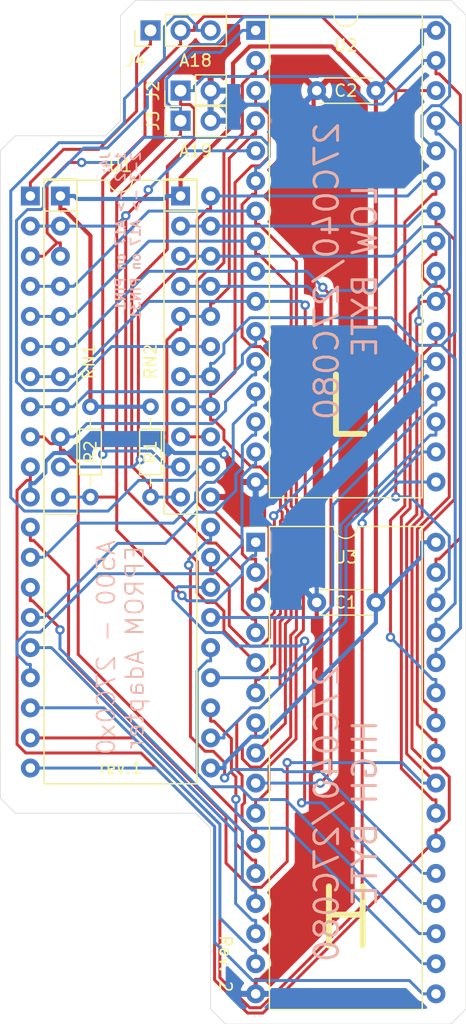
<source format=kicad_pcb>
(kicad_pcb (version 20171130) (host pcbnew 5.1.6-1.fc32)

  (general
    (thickness 1.6)
    (drawings 28)
    (tracks 758)
    (zones 0)
    (modules 12)
    (nets 43)
  )

  (page A4)
  (layers
    (0 F.Cu signal hide)
    (31 B.Cu signal hide)
    (32 B.Adhes user)
    (33 F.Adhes user)
    (34 B.Paste user)
    (35 F.Paste user)
    (36 B.SilkS user)
    (37 F.SilkS user)
    (38 B.Mask user)
    (39 F.Mask user)
    (40 Dwgs.User user)
    (41 Cmts.User user)
    (42 Eco1.User user)
    (43 Eco2.User user)
    (44 Edge.Cuts user)
    (45 Margin user)
    (46 B.CrtYd user)
    (47 F.CrtYd user)
    (48 B.Fab user)
    (49 F.Fab user)
  )

  (setup
    (last_trace_width 0.25)
    (trace_clearance 0.2)
    (zone_clearance 0.508)
    (zone_45_only no)
    (trace_min 0.2)
    (via_size 0.8)
    (via_drill 0.4)
    (via_min_size 0.4)
    (via_min_drill 0.3)
    (uvia_size 0.3)
    (uvia_drill 0.1)
    (uvias_allowed no)
    (uvia_min_size 0.2)
    (uvia_min_drill 0.1)
    (edge_width 0.05)
    (segment_width 0.2)
    (pcb_text_width 0.3)
    (pcb_text_size 1.5 1.5)
    (mod_edge_width 0.12)
    (mod_text_size 1 1)
    (mod_text_width 0.15)
    (pad_size 1.524 1.524)
    (pad_drill 0.762)
    (pad_to_mask_clearance 0.051)
    (solder_mask_min_width 0.25)
    (aux_axis_origin 0 0)
    (visible_elements 7FFFFFFF)
    (pcbplotparams
      (layerselection 0x010fc_ffffffff)
      (usegerberextensions true)
      (usegerberattributes false)
      (usegerberadvancedattributes false)
      (creategerberjobfile false)
      (excludeedgelayer true)
      (linewidth 0.100000)
      (plotframeref false)
      (viasonmask false)
      (mode 1)
      (useauxorigin false)
      (hpglpennumber 1)
      (hpglpenspeed 20)
      (hpglpendiameter 15.000000)
      (psnegative false)
      (psa4output false)
      (plotreference true)
      (plotvalue true)
      (plotinvisibletext false)
      (padsonsilk false)
      (subtractmaskfromsilk false)
      (outputformat 1)
      (mirror false)
      (drillshape 0)
      (scaleselection 1)
      (outputdirectory "gerbers/rev2/"))
  )

  (net 0 "")
  (net 1 GND)
  (net 2 VCC)
  (net 3 /A18)
  (net 4 /A19)
  (net 5 /A0)
  (net 6 /A1)
  (net 7 /A2)
  (net 8 /A3)
  (net 9 /A4)
  (net 10 /A5)
  (net 11 /A6)
  (net 12 /A7)
  (net 13 /A8)
  (net 14 /A17)
  (net 15 /A16)
  (net 16 /A15)
  (net 17 /A14)
  (net 18 /A13)
  (net 19 /A12)
  (net 20 /A11)
  (net 21 /A10)
  (net 22 /A9)
  (net 23 /D3-H)
  (net 24 /D3-L)
  (net 25 /D2-H)
  (net 26 /D2-L)
  (net 27 /D1-H)
  (net 28 /D1-L)
  (net 29 /D0-H)
  (net 30 /D0-L)
  (net 31 /~OE)
  (net 32 /~CE)
  (net 33 /D7-H)
  (net 34 /D7-L)
  (net 35 /D6-H)
  (net 36 /D6-L)
  (net 37 /D5-H)
  (net 38 /D5-L)
  (net 39 /D4-H)
  (net 40 /D4-L)
  (net 41 /SOCK_P31)
  (net 42 /SOCK_P1)

  (net_class Default "This is the default net class."
    (clearance 0.2)
    (trace_width 0.25)
    (via_dia 0.8)
    (via_drill 0.4)
    (uvia_dia 0.3)
    (uvia_drill 0.1)
    (add_net /A0)
    (add_net /A1)
    (add_net /A10)
    (add_net /A11)
    (add_net /A12)
    (add_net /A13)
    (add_net /A14)
    (add_net /A15)
    (add_net /A16)
    (add_net /A17)
    (add_net /A18)
    (add_net /A19)
    (add_net /A2)
    (add_net /A3)
    (add_net /A4)
    (add_net /A5)
    (add_net /A6)
    (add_net /A7)
    (add_net /A8)
    (add_net /A9)
    (add_net /D0-H)
    (add_net /D0-L)
    (add_net /D1-H)
    (add_net /D1-L)
    (add_net /D2-H)
    (add_net /D2-L)
    (add_net /D3-H)
    (add_net /D3-L)
    (add_net /D4-H)
    (add_net /D4-L)
    (add_net /D5-H)
    (add_net /D5-L)
    (add_net /D6-H)
    (add_net /D6-L)
    (add_net /D7-H)
    (add_net /D7-L)
    (add_net /SOCK_P1)
    (add_net /SOCK_P31)
    (add_net /~CE)
    (add_net /~OE)
  )

  (net_class Power ""
    (clearance 0.2)
    (trace_width 0.35)
    (via_dia 0.8)
    (via_drill 0.4)
    (uvia_dia 0.3)
    (uvia_drill 0.1)
    (add_net GND)
    (add_net VCC)
  )

  (module Connector_PinHeader_2.54mm:PinHeader_1x03_P2.54mm_Vertical (layer F.Cu) (tedit 59FED5CC) (tstamp 5F3B7DB6)
    (at 116.84 57.15 90)
    (descr "Through hole straight pin header, 1x03, 2.54mm pitch, single row")
    (tags "Through hole pin header THT 1x03 2.54mm single row")
    (path /5F417023)
    (fp_text reference J4 (at -2.54 -1.27) (layer F.SilkS)
      (effects (font (size 1 1) (thickness 0.15)))
    )
    (fp_text value "A17 Selection" (at 0 7.41 90) (layer F.Fab)
      (effects (font (size 1 1) (thickness 0.15)))
    )
    (fp_text user %R (at 0 2.54) (layer F.Fab)
      (effects (font (size 1 1) (thickness 0.15)))
    )
    (fp_line (start -0.635 -1.27) (end 1.27 -1.27) (layer F.Fab) (width 0.1))
    (fp_line (start 1.27 -1.27) (end 1.27 6.35) (layer F.Fab) (width 0.1))
    (fp_line (start 1.27 6.35) (end -1.27 6.35) (layer F.Fab) (width 0.1))
    (fp_line (start -1.27 6.35) (end -1.27 -0.635) (layer F.Fab) (width 0.1))
    (fp_line (start -1.27 -0.635) (end -0.635 -1.27) (layer F.Fab) (width 0.1))
    (fp_line (start -1.33 6.41) (end 1.33 6.41) (layer F.SilkS) (width 0.12))
    (fp_line (start -1.33 1.27) (end -1.33 6.41) (layer F.SilkS) (width 0.12))
    (fp_line (start 1.33 1.27) (end 1.33 6.41) (layer F.SilkS) (width 0.12))
    (fp_line (start -1.33 1.27) (end 1.33 1.27) (layer F.SilkS) (width 0.12))
    (fp_line (start -1.33 0) (end -1.33 -1.33) (layer F.SilkS) (width 0.12))
    (fp_line (start -1.33 -1.33) (end 0 -1.33) (layer F.SilkS) (width 0.12))
    (fp_line (start -1.8 -1.8) (end -1.8 6.85) (layer F.CrtYd) (width 0.05))
    (fp_line (start -1.8 6.85) (end 1.8 6.85) (layer F.CrtYd) (width 0.05))
    (fp_line (start 1.8 6.85) (end 1.8 -1.8) (layer F.CrtYd) (width 0.05))
    (fp_line (start 1.8 -1.8) (end -1.8 -1.8) (layer F.CrtYd) (width 0.05))
    (pad 3 thru_hole oval (at 0 5.08 90) (size 1.7 1.7) (drill 1) (layers *.Cu *.Mask)
      (net 41 /SOCK_P31))
    (pad 2 thru_hole oval (at 0 2.54 90) (size 1.7 1.7) (drill 1) (layers *.Cu *.Mask)
      (net 14 /A17))
    (pad 1 thru_hole rect (at 0 0 90) (size 1.7 1.7) (drill 1) (layers *.Cu *.Mask)
      (net 42 /SOCK_P1))
    (model ${KISYS3DMOD}/Connector_PinHeader_2.54mm.3dshapes/PinHeader_1x03_P2.54mm_Vertical.wrl
      (at (xyz 0 0 0))
      (scale (xyz 1 1 1))
      (rotate (xyz 0 0 0))
    )
  )

  (module Resistor_THT:R_Axial_DIN0204_L3.6mm_D1.6mm_P7.62mm_Horizontal (layer F.Cu) (tedit 5AE5139B) (tstamp 5E58BAC2)
    (at 111.76 88.9 270)
    (descr "Resistor, Axial_DIN0204 series, Axial, Horizontal, pin pitch=7.62mm, 0.167W, length*diameter=3.6*1.6mm^2, http://cdn-reichelt.de/documents/datenblatt/B400/1_4W%23YAG.pdf")
    (tags "Resistor Axial_DIN0204 series Axial Horizontal pin pitch 7.62mm 0.167W length 3.6mm diameter 1.6mm")
    (path /5E59CC0A)
    (fp_text reference R2 (at 3.81 0 90) (layer F.SilkS)
      (effects (font (size 1 1) (thickness 0.15)))
    )
    (fp_text value 4k7 (at 3.81 1.92 90) (layer F.Fab)
      (effects (font (size 1 1) (thickness 0.15)))
    )
    (fp_line (start 2.01 -0.8) (end 2.01 0.8) (layer F.Fab) (width 0.1))
    (fp_line (start 2.01 0.8) (end 5.61 0.8) (layer F.Fab) (width 0.1))
    (fp_line (start 5.61 0.8) (end 5.61 -0.8) (layer F.Fab) (width 0.1))
    (fp_line (start 5.61 -0.8) (end 2.01 -0.8) (layer F.Fab) (width 0.1))
    (fp_line (start 0 0) (end 2.01 0) (layer F.Fab) (width 0.1))
    (fp_line (start 7.62 0) (end 5.61 0) (layer F.Fab) (width 0.1))
    (fp_line (start 1.89 -0.92) (end 1.89 0.92) (layer F.SilkS) (width 0.12))
    (fp_line (start 1.89 0.92) (end 5.73 0.92) (layer F.SilkS) (width 0.12))
    (fp_line (start 5.73 0.92) (end 5.73 -0.92) (layer F.SilkS) (width 0.12))
    (fp_line (start 5.73 -0.92) (end 1.89 -0.92) (layer F.SilkS) (width 0.12))
    (fp_line (start 0.94 0) (end 1.89 0) (layer F.SilkS) (width 0.12))
    (fp_line (start 6.68 0) (end 5.73 0) (layer F.SilkS) (width 0.12))
    (fp_line (start -0.95 -1.05) (end -0.95 1.05) (layer F.CrtYd) (width 0.05))
    (fp_line (start -0.95 1.05) (end 8.57 1.05) (layer F.CrtYd) (width 0.05))
    (fp_line (start 8.57 1.05) (end 8.57 -1.05) (layer F.CrtYd) (width 0.05))
    (fp_line (start 8.57 -1.05) (end -0.95 -1.05) (layer F.CrtYd) (width 0.05))
    (fp_text user %R (at 3.81 0 90) (layer F.Fab)
      (effects (font (size 0.72 0.72) (thickness 0.108)))
    )
    (pad 1 thru_hole circle (at 0 0 270) (size 1.4 1.4) (drill 0.7) (layers *.Cu *.Mask)
      (net 2 VCC))
    (pad 2 thru_hole oval (at 7.62 0 270) (size 1.4 1.4) (drill 0.7) (layers *.Cu *.Mask)
      (net 4 /A19))
    (model ${KISYS3DMOD}/Resistor_THT.3dshapes/R_Axial_DIN0204_L3.6mm_D1.6mm_P7.62mm_Horizontal.wrl
      (at (xyz 0 0 0))
      (scale (xyz 1 1 1))
      (rotate (xyz 0 0 0))
    )
  )

  (module Resistor_THT:R_Axial_DIN0204_L3.6mm_D1.6mm_P7.62mm_Horizontal (layer F.Cu) (tedit 5AE5139B) (tstamp 5E58BAAB)
    (at 116.84 88.9 270)
    (descr "Resistor, Axial_DIN0204 series, Axial, Horizontal, pin pitch=7.62mm, 0.167W, length*diameter=3.6*1.6mm^2, http://cdn-reichelt.de/documents/datenblatt/B400/1_4W%23YAG.pdf")
    (tags "Resistor Axial_DIN0204 series Axial Horizontal pin pitch 7.62mm 0.167W length 3.6mm diameter 1.6mm")
    (path /5E59C5C6)
    (fp_text reference R1 (at 3.81 0 90) (layer F.SilkS)
      (effects (font (size 1 1) (thickness 0.15)))
    )
    (fp_text value 4k7 (at 3.81 1.92 90) (layer F.Fab)
      (effects (font (size 1 1) (thickness 0.15)))
    )
    (fp_line (start 2.01 -0.8) (end 2.01 0.8) (layer F.Fab) (width 0.1))
    (fp_line (start 2.01 0.8) (end 5.61 0.8) (layer F.Fab) (width 0.1))
    (fp_line (start 5.61 0.8) (end 5.61 -0.8) (layer F.Fab) (width 0.1))
    (fp_line (start 5.61 -0.8) (end 2.01 -0.8) (layer F.Fab) (width 0.1))
    (fp_line (start 0 0) (end 2.01 0) (layer F.Fab) (width 0.1))
    (fp_line (start 7.62 0) (end 5.61 0) (layer F.Fab) (width 0.1))
    (fp_line (start 1.89 -0.92) (end 1.89 0.92) (layer F.SilkS) (width 0.12))
    (fp_line (start 1.89 0.92) (end 5.73 0.92) (layer F.SilkS) (width 0.12))
    (fp_line (start 5.73 0.92) (end 5.73 -0.92) (layer F.SilkS) (width 0.12))
    (fp_line (start 5.73 -0.92) (end 1.89 -0.92) (layer F.SilkS) (width 0.12))
    (fp_line (start 0.94 0) (end 1.89 0) (layer F.SilkS) (width 0.12))
    (fp_line (start 6.68 0) (end 5.73 0) (layer F.SilkS) (width 0.12))
    (fp_line (start -0.95 -1.05) (end -0.95 1.05) (layer F.CrtYd) (width 0.05))
    (fp_line (start -0.95 1.05) (end 8.57 1.05) (layer F.CrtYd) (width 0.05))
    (fp_line (start 8.57 1.05) (end 8.57 -1.05) (layer F.CrtYd) (width 0.05))
    (fp_line (start 8.57 -1.05) (end -0.95 -1.05) (layer F.CrtYd) (width 0.05))
    (fp_text user %R (at 3.81 0 90) (layer F.Fab)
      (effects (font (size 0.72 0.72) (thickness 0.108)))
    )
    (pad 1 thru_hole circle (at 0 0 270) (size 1.4 1.4) (drill 0.7) (layers *.Cu *.Mask)
      (net 2 VCC))
    (pad 2 thru_hole oval (at 7.62 0 270) (size 1.4 1.4) (drill 0.7) (layers *.Cu *.Mask)
      (net 3 /A18))
    (model ${KISYS3DMOD}/Resistor_THT.3dshapes/R_Axial_DIN0204_L3.6mm_D1.6mm_P7.62mm_Horizontal.wrl
      (at (xyz 0 0 0))
      (scale (xyz 1 1 1))
      (rotate (xyz 0 0 0))
    )
  )

  (module Package_DIP:DIP-32_W15.24mm (layer F.Cu) (tedit 5A02E8C5) (tstamp 5E28D4FE)
    (at 125.73 100.33)
    (descr "32-lead though-hole mounted DIP package, row spacing 15.24 mm (600 mils)")
    (tags "THT DIP DIL PDIP 2.54mm 15.24mm 600mil")
    (path /5E28F9D8)
    (fp_text reference U3 (at 7.62 1.27) (layer F.SilkS)
      (effects (font (size 1 1) (thickness 0.15)))
    )
    (fp_text value 27C080-L (at 7.62 40.43) (layer F.Fab)
      (effects (font (size 1 1) (thickness 0.15)))
    )
    (fp_line (start 16.3 -1.55) (end -1.05 -1.55) (layer F.CrtYd) (width 0.05))
    (fp_line (start 16.3 39.65) (end 16.3 -1.55) (layer F.CrtYd) (width 0.05))
    (fp_line (start -1.05 39.65) (end 16.3 39.65) (layer F.CrtYd) (width 0.05))
    (fp_line (start -1.05 -1.55) (end -1.05 39.65) (layer F.CrtYd) (width 0.05))
    (fp_line (start 14.08 -1.33) (end 8.62 -1.33) (layer F.SilkS) (width 0.12))
    (fp_line (start 14.08 39.43) (end 14.08 -1.33) (layer F.SilkS) (width 0.12))
    (fp_line (start 1.16 39.43) (end 14.08 39.43) (layer F.SilkS) (width 0.12))
    (fp_line (start 1.16 -1.33) (end 1.16 39.43) (layer F.SilkS) (width 0.12))
    (fp_line (start 6.62 -1.33) (end 1.16 -1.33) (layer F.SilkS) (width 0.12))
    (fp_line (start 0.255 -0.27) (end 1.255 -1.27) (layer F.Fab) (width 0.1))
    (fp_line (start 0.255 39.37) (end 0.255 -0.27) (layer F.Fab) (width 0.1))
    (fp_line (start 14.985 39.37) (end 0.255 39.37) (layer F.Fab) (width 0.1))
    (fp_line (start 14.985 -1.27) (end 14.985 39.37) (layer F.Fab) (width 0.1))
    (fp_line (start 1.255 -1.27) (end 14.985 -1.27) (layer F.Fab) (width 0.1))
    (fp_text user %R (at 7.62 19.05) (layer F.Fab)
      (effects (font (size 1 1) (thickness 0.15)))
    )
    (fp_arc (start 7.62 -1.33) (end 6.62 -1.33) (angle -180) (layer F.SilkS) (width 0.12))
    (pad 32 thru_hole oval (at 15.24 0) (size 1.6 1.6) (drill 0.8) (layers *.Cu *.Mask)
      (net 2 VCC))
    (pad 16 thru_hole oval (at 0 38.1) (size 1.6 1.6) (drill 0.8) (layers *.Cu *.Mask)
      (net 1 GND))
    (pad 31 thru_hole oval (at 15.24 2.54) (size 1.6 1.6) (drill 0.8) (layers *.Cu *.Mask)
      (net 3 /A18))
    (pad 15 thru_hole oval (at 0 35.56) (size 1.6 1.6) (drill 0.8) (layers *.Cu *.Mask)
      (net 25 /D2-H))
    (pad 30 thru_hole oval (at 15.24 5.08) (size 1.6 1.6) (drill 0.8) (layers *.Cu *.Mask)
      (net 14 /A17))
    (pad 14 thru_hole oval (at 0 33.02) (size 1.6 1.6) (drill 0.8) (layers *.Cu *.Mask)
      (net 27 /D1-H))
    (pad 29 thru_hole oval (at 15.24 7.62) (size 1.6 1.6) (drill 0.8) (layers *.Cu *.Mask)
      (net 17 /A14))
    (pad 13 thru_hole oval (at 0 30.48) (size 1.6 1.6) (drill 0.8) (layers *.Cu *.Mask)
      (net 29 /D0-H))
    (pad 28 thru_hole oval (at 15.24 10.16) (size 1.6 1.6) (drill 0.8) (layers *.Cu *.Mask)
      (net 18 /A13))
    (pad 12 thru_hole oval (at 0 27.94) (size 1.6 1.6) (drill 0.8) (layers *.Cu *.Mask)
      (net 5 /A0))
    (pad 27 thru_hole oval (at 15.24 12.7) (size 1.6 1.6) (drill 0.8) (layers *.Cu *.Mask)
      (net 13 /A8))
    (pad 11 thru_hole oval (at 0 25.4) (size 1.6 1.6) (drill 0.8) (layers *.Cu *.Mask)
      (net 6 /A1))
    (pad 26 thru_hole oval (at 15.24 15.24) (size 1.6 1.6) (drill 0.8) (layers *.Cu *.Mask)
      (net 22 /A9))
    (pad 10 thru_hole oval (at 0 22.86) (size 1.6 1.6) (drill 0.8) (layers *.Cu *.Mask)
      (net 7 /A2))
    (pad 25 thru_hole oval (at 15.24 17.78) (size 1.6 1.6) (drill 0.8) (layers *.Cu *.Mask)
      (net 20 /A11))
    (pad 9 thru_hole oval (at 0 20.32) (size 1.6 1.6) (drill 0.8) (layers *.Cu *.Mask)
      (net 8 /A3))
    (pad 24 thru_hole oval (at 15.24 20.32) (size 1.6 1.6) (drill 0.8) (layers *.Cu *.Mask)
      (net 31 /~OE))
    (pad 8 thru_hole oval (at 0 17.78) (size 1.6 1.6) (drill 0.8) (layers *.Cu *.Mask)
      (net 9 /A4))
    (pad 23 thru_hole oval (at 15.24 22.86) (size 1.6 1.6) (drill 0.8) (layers *.Cu *.Mask)
      (net 21 /A10))
    (pad 7 thru_hole oval (at 0 15.24) (size 1.6 1.6) (drill 0.8) (layers *.Cu *.Mask)
      (net 10 /A5))
    (pad 22 thru_hole oval (at 15.24 25.4) (size 1.6 1.6) (drill 0.8) (layers *.Cu *.Mask)
      (net 32 /~CE))
    (pad 6 thru_hole oval (at 0 12.7) (size 1.6 1.6) (drill 0.8) (layers *.Cu *.Mask)
      (net 11 /A6))
    (pad 21 thru_hole oval (at 15.24 27.94) (size 1.6 1.6) (drill 0.8) (layers *.Cu *.Mask)
      (net 33 /D7-H))
    (pad 5 thru_hole oval (at 0 10.16) (size 1.6 1.6) (drill 0.8) (layers *.Cu *.Mask)
      (net 12 /A7))
    (pad 20 thru_hole oval (at 15.24 30.48) (size 1.6 1.6) (drill 0.8) (layers *.Cu *.Mask)
      (net 35 /D6-H))
    (pad 4 thru_hole oval (at 0 7.62) (size 1.6 1.6) (drill 0.8) (layers *.Cu *.Mask)
      (net 19 /A12))
    (pad 19 thru_hole oval (at 15.24 33.02) (size 1.6 1.6) (drill 0.8) (layers *.Cu *.Mask)
      (net 37 /D5-H))
    (pad 3 thru_hole oval (at 0 5.08) (size 1.6 1.6) (drill 0.8) (layers *.Cu *.Mask)
      (net 16 /A15))
    (pad 18 thru_hole oval (at 15.24 35.56) (size 1.6 1.6) (drill 0.8) (layers *.Cu *.Mask)
      (net 39 /D4-H))
    (pad 2 thru_hole oval (at 0 2.54) (size 1.6 1.6) (drill 0.8) (layers *.Cu *.Mask)
      (net 15 /A16))
    (pad 17 thru_hole oval (at 15.24 38.1) (size 1.6 1.6) (drill 0.8) (layers *.Cu *.Mask)
      (net 23 /D3-H))
    (pad 1 thru_hole rect (at 0 0) (size 1.6 1.6) (drill 0.8) (layers *.Cu *.Mask)
      (net 4 /A19))
    (model ${KISYS3DMOD}/Package_DIP.3dshapes/DIP-32_W15.24mm.wrl
      (at (xyz 0 0 0))
      (scale (xyz 1 1 1))
      (rotate (xyz 0 0 0))
    )
  )

  (module Package_DIP:DIP-32_W15.24mm (layer F.Cu) (tedit 5A02E8C5) (tstamp 5E28D4CA)
    (at 125.73 57.15)
    (descr "32-lead though-hole mounted DIP package, row spacing 15.24 mm (600 mils)")
    (tags "THT DIP DIL PDIP 2.54mm 15.24mm 600mil")
    (path /5E300279)
    (fp_text reference U2 (at 7.62 1.27) (layer F.SilkS)
      (effects (font (size 1 1) (thickness 0.15)))
    )
    (fp_text value 27C080-L (at 7.62 40.43) (layer F.Fab)
      (effects (font (size 1 1) (thickness 0.15)))
    )
    (fp_line (start 16.3 -1.55) (end -1.05 -1.55) (layer F.CrtYd) (width 0.05))
    (fp_line (start 16.3 39.65) (end 16.3 -1.55) (layer F.CrtYd) (width 0.05))
    (fp_line (start -1.05 39.65) (end 16.3 39.65) (layer F.CrtYd) (width 0.05))
    (fp_line (start -1.05 -1.55) (end -1.05 39.65) (layer F.CrtYd) (width 0.05))
    (fp_line (start 14.08 -1.33) (end 8.62 -1.33) (layer F.SilkS) (width 0.12))
    (fp_line (start 14.08 39.43) (end 14.08 -1.33) (layer F.SilkS) (width 0.12))
    (fp_line (start 1.16 39.43) (end 14.08 39.43) (layer F.SilkS) (width 0.12))
    (fp_line (start 1.16 -1.33) (end 1.16 39.43) (layer F.SilkS) (width 0.12))
    (fp_line (start 6.62 -1.33) (end 1.16 -1.33) (layer F.SilkS) (width 0.12))
    (fp_line (start 0.255 -0.27) (end 1.255 -1.27) (layer F.Fab) (width 0.1))
    (fp_line (start 0.255 39.37) (end 0.255 -0.27) (layer F.Fab) (width 0.1))
    (fp_line (start 14.985 39.37) (end 0.255 39.37) (layer F.Fab) (width 0.1))
    (fp_line (start 14.985 -1.27) (end 14.985 39.37) (layer F.Fab) (width 0.1))
    (fp_line (start 1.255 -1.27) (end 14.985 -1.27) (layer F.Fab) (width 0.1))
    (fp_text user %R (at 7.62 19.05) (layer F.Fab)
      (effects (font (size 1 1) (thickness 0.15)))
    )
    (fp_arc (start 7.62 -1.33) (end 6.62 -1.33) (angle -180) (layer F.SilkS) (width 0.12))
    (pad 32 thru_hole oval (at 15.24 0) (size 1.6 1.6) (drill 0.8) (layers *.Cu *.Mask)
      (net 2 VCC))
    (pad 16 thru_hole oval (at 0 38.1) (size 1.6 1.6) (drill 0.8) (layers *.Cu *.Mask)
      (net 1 GND))
    (pad 31 thru_hole oval (at 15.24 2.54) (size 1.6 1.6) (drill 0.8) (layers *.Cu *.Mask)
      (net 3 /A18))
    (pad 15 thru_hole oval (at 0 35.56) (size 1.6 1.6) (drill 0.8) (layers *.Cu *.Mask)
      (net 26 /D2-L))
    (pad 30 thru_hole oval (at 15.24 5.08) (size 1.6 1.6) (drill 0.8) (layers *.Cu *.Mask)
      (net 14 /A17))
    (pad 14 thru_hole oval (at 0 33.02) (size 1.6 1.6) (drill 0.8) (layers *.Cu *.Mask)
      (net 28 /D1-L))
    (pad 29 thru_hole oval (at 15.24 7.62) (size 1.6 1.6) (drill 0.8) (layers *.Cu *.Mask)
      (net 17 /A14))
    (pad 13 thru_hole oval (at 0 30.48) (size 1.6 1.6) (drill 0.8) (layers *.Cu *.Mask)
      (net 30 /D0-L))
    (pad 28 thru_hole oval (at 15.24 10.16) (size 1.6 1.6) (drill 0.8) (layers *.Cu *.Mask)
      (net 18 /A13))
    (pad 12 thru_hole oval (at 0 27.94) (size 1.6 1.6) (drill 0.8) (layers *.Cu *.Mask)
      (net 5 /A0))
    (pad 27 thru_hole oval (at 15.24 12.7) (size 1.6 1.6) (drill 0.8) (layers *.Cu *.Mask)
      (net 13 /A8))
    (pad 11 thru_hole oval (at 0 25.4) (size 1.6 1.6) (drill 0.8) (layers *.Cu *.Mask)
      (net 6 /A1))
    (pad 26 thru_hole oval (at 15.24 15.24) (size 1.6 1.6) (drill 0.8) (layers *.Cu *.Mask)
      (net 22 /A9))
    (pad 10 thru_hole oval (at 0 22.86) (size 1.6 1.6) (drill 0.8) (layers *.Cu *.Mask)
      (net 7 /A2))
    (pad 25 thru_hole oval (at 15.24 17.78) (size 1.6 1.6) (drill 0.8) (layers *.Cu *.Mask)
      (net 20 /A11))
    (pad 9 thru_hole oval (at 0 20.32) (size 1.6 1.6) (drill 0.8) (layers *.Cu *.Mask)
      (net 8 /A3))
    (pad 24 thru_hole oval (at 15.24 20.32) (size 1.6 1.6) (drill 0.8) (layers *.Cu *.Mask)
      (net 31 /~OE))
    (pad 8 thru_hole oval (at 0 17.78) (size 1.6 1.6) (drill 0.8) (layers *.Cu *.Mask)
      (net 9 /A4))
    (pad 23 thru_hole oval (at 15.24 22.86) (size 1.6 1.6) (drill 0.8) (layers *.Cu *.Mask)
      (net 21 /A10))
    (pad 7 thru_hole oval (at 0 15.24) (size 1.6 1.6) (drill 0.8) (layers *.Cu *.Mask)
      (net 10 /A5))
    (pad 22 thru_hole oval (at 15.24 25.4) (size 1.6 1.6) (drill 0.8) (layers *.Cu *.Mask)
      (net 32 /~CE))
    (pad 6 thru_hole oval (at 0 12.7) (size 1.6 1.6) (drill 0.8) (layers *.Cu *.Mask)
      (net 11 /A6))
    (pad 21 thru_hole oval (at 15.24 27.94) (size 1.6 1.6) (drill 0.8) (layers *.Cu *.Mask)
      (net 34 /D7-L))
    (pad 5 thru_hole oval (at 0 10.16) (size 1.6 1.6) (drill 0.8) (layers *.Cu *.Mask)
      (net 12 /A7))
    (pad 20 thru_hole oval (at 15.24 30.48) (size 1.6 1.6) (drill 0.8) (layers *.Cu *.Mask)
      (net 36 /D6-L))
    (pad 4 thru_hole oval (at 0 7.62) (size 1.6 1.6) (drill 0.8) (layers *.Cu *.Mask)
      (net 19 /A12))
    (pad 19 thru_hole oval (at 15.24 33.02) (size 1.6 1.6) (drill 0.8) (layers *.Cu *.Mask)
      (net 38 /D5-L))
    (pad 3 thru_hole oval (at 0 5.08) (size 1.6 1.6) (drill 0.8) (layers *.Cu *.Mask)
      (net 16 /A15))
    (pad 18 thru_hole oval (at 15.24 35.56) (size 1.6 1.6) (drill 0.8) (layers *.Cu *.Mask)
      (net 40 /D4-L))
    (pad 2 thru_hole oval (at 0 2.54) (size 1.6 1.6) (drill 0.8) (layers *.Cu *.Mask)
      (net 15 /A16))
    (pad 17 thru_hole oval (at 15.24 38.1) (size 1.6 1.6) (drill 0.8) (layers *.Cu *.Mask)
      (net 24 /D3-L))
    (pad 1 thru_hole rect (at 0 0) (size 1.6 1.6) (drill 0.8) (layers *.Cu *.Mask)
      (net 4 /A19))
    (model ${KISYS3DMOD}/Package_DIP.3dshapes/DIP-32_W15.24mm.wrl
      (at (xyz 0 0 0))
      (scale (xyz 1 1 1))
      (rotate (xyz 0 0 0))
    )
  )

  (module Package_DIP:DIP-40_W15.24mm (layer F.Cu) (tedit 5A02E8C5) (tstamp 5E28D496)
    (at 106.68 71.12)
    (descr "40-lead though-hole mounted DIP package, row spacing 15.24 mm (600 mils)")
    (tags "THT DIP DIL PDIP 2.54mm 15.24mm 600mil")
    (path /5E2A2852)
    (fp_text reference U1 (at 7.62 -2.54) (layer F.SilkS)
      (effects (font (size 1 1) (thickness 0.15)))
    )
    (fp_text value 27C400-A500 (at 7.62 50.59) (layer F.Fab)
      (effects (font (size 1 1) (thickness 0.15)))
    )
    (fp_line (start 16.3 -1.55) (end -1.05 -1.55) (layer F.CrtYd) (width 0.05))
    (fp_line (start 16.3 49.8) (end 16.3 -1.55) (layer F.CrtYd) (width 0.05))
    (fp_line (start -1.05 49.8) (end 16.3 49.8) (layer F.CrtYd) (width 0.05))
    (fp_line (start -1.05 -1.55) (end -1.05 49.8) (layer F.CrtYd) (width 0.05))
    (fp_line (start 14.08 -1.33) (end 8.62 -1.33) (layer F.SilkS) (width 0.12))
    (fp_line (start 14.08 49.59) (end 14.08 -1.33) (layer F.SilkS) (width 0.12))
    (fp_line (start 1.16 49.59) (end 14.08 49.59) (layer F.SilkS) (width 0.12))
    (fp_line (start 1.16 -1.33) (end 1.16 49.59) (layer F.SilkS) (width 0.12))
    (fp_line (start 6.62 -1.33) (end 1.16 -1.33) (layer F.SilkS) (width 0.12))
    (fp_line (start 0.255 -0.27) (end 1.255 -1.27) (layer F.Fab) (width 0.1))
    (fp_line (start 0.255 49.53) (end 0.255 -0.27) (layer F.Fab) (width 0.1))
    (fp_line (start 14.985 49.53) (end 0.255 49.53) (layer F.Fab) (width 0.1))
    (fp_line (start 14.985 -1.27) (end 14.985 49.53) (layer F.Fab) (width 0.1))
    (fp_line (start 1.255 -1.27) (end 14.985 -1.27) (layer F.Fab) (width 0.1))
    (fp_text user %R (at 7.62 24.13) (layer F.Fab)
      (effects (font (size 1 1) (thickness 0.15)))
    )
    (fp_arc (start 7.62 -1.33) (end 6.62 -1.33) (angle -180) (layer F.SilkS) (width 0.12))
    (pad 40 thru_hole oval (at 15.24 0) (size 1.6 1.6) (drill 0.8) (layers *.Cu *.Mask)
      (net 13 /A8))
    (pad 20 thru_hole oval (at 0 48.26) (size 1.6 1.6) (drill 0.8) (layers *.Cu *.Mask)
      (net 23 /D3-H))
    (pad 39 thru_hole oval (at 15.24 2.54) (size 1.6 1.6) (drill 0.8) (layers *.Cu *.Mask)
      (net 22 /A9))
    (pad 19 thru_hole oval (at 0 45.72) (size 1.6 1.6) (drill 0.8) (layers *.Cu *.Mask)
      (net 24 /D3-L))
    (pad 38 thru_hole oval (at 15.24 5.08) (size 1.6 1.6) (drill 0.8) (layers *.Cu *.Mask)
      (net 21 /A10))
    (pad 18 thru_hole oval (at 0 43.18) (size 1.6 1.6) (drill 0.8) (layers *.Cu *.Mask)
      (net 25 /D2-H))
    (pad 37 thru_hole oval (at 15.24 7.62) (size 1.6 1.6) (drill 0.8) (layers *.Cu *.Mask)
      (net 20 /A11))
    (pad 17 thru_hole oval (at 0 40.64) (size 1.6 1.6) (drill 0.8) (layers *.Cu *.Mask)
      (net 26 /D2-L))
    (pad 36 thru_hole oval (at 15.24 10.16) (size 1.6 1.6) (drill 0.8) (layers *.Cu *.Mask)
      (net 19 /A12))
    (pad 16 thru_hole oval (at 0 38.1) (size 1.6 1.6) (drill 0.8) (layers *.Cu *.Mask)
      (net 27 /D1-H))
    (pad 35 thru_hole oval (at 15.24 12.7) (size 1.6 1.6) (drill 0.8) (layers *.Cu *.Mask)
      (net 18 /A13))
    (pad 15 thru_hole oval (at 0 35.56) (size 1.6 1.6) (drill 0.8) (layers *.Cu *.Mask)
      (net 28 /D1-L))
    (pad 34 thru_hole oval (at 15.24 15.24) (size 1.6 1.6) (drill 0.8) (layers *.Cu *.Mask)
      (net 17 /A14))
    (pad 14 thru_hole oval (at 0 33.02) (size 1.6 1.6) (drill 0.8) (layers *.Cu *.Mask)
      (net 29 /D0-H))
    (pad 33 thru_hole oval (at 15.24 17.78) (size 1.6 1.6) (drill 0.8) (layers *.Cu *.Mask)
      (net 16 /A15))
    (pad 13 thru_hole oval (at 0 30.48) (size 1.6 1.6) (drill 0.8) (layers *.Cu *.Mask)
      (net 30 /D0-L))
    (pad 32 thru_hole oval (at 15.24 20.32) (size 1.6 1.6) (drill 0.8) (layers *.Cu *.Mask)
      (net 15 /A16))
    (pad 12 thru_hole oval (at 0 27.94) (size 1.6 1.6) (drill 0.8) (layers *.Cu *.Mask)
      (net 31 /~OE))
    (pad 31 thru_hole oval (at 15.24 22.86) (size 1.6 1.6) (drill 0.8) (layers *.Cu *.Mask)
      (net 41 /SOCK_P31))
    (pad 11 thru_hole oval (at 0 25.4) (size 1.6 1.6) (drill 0.8) (layers *.Cu *.Mask)
      (net 1 GND))
    (pad 30 thru_hole oval (at 15.24 25.4) (size 1.6 1.6) (drill 0.8) (layers *.Cu *.Mask)
      (net 1 GND))
    (pad 10 thru_hole oval (at 0 22.86) (size 1.6 1.6) (drill 0.8) (layers *.Cu *.Mask)
      (net 32 /~CE))
    (pad 29 thru_hole oval (at 15.24 27.94) (size 1.6 1.6) (drill 0.8) (layers *.Cu *.Mask)
      (net 33 /D7-H))
    (pad 9 thru_hole oval (at 0 20.32) (size 1.6 1.6) (drill 0.8) (layers *.Cu *.Mask)
      (net 5 /A0))
    (pad 28 thru_hole oval (at 15.24 30.48) (size 1.6 1.6) (drill 0.8) (layers *.Cu *.Mask)
      (net 34 /D7-L))
    (pad 8 thru_hole oval (at 0 17.78) (size 1.6 1.6) (drill 0.8) (layers *.Cu *.Mask)
      (net 6 /A1))
    (pad 27 thru_hole oval (at 15.24 33.02) (size 1.6 1.6) (drill 0.8) (layers *.Cu *.Mask)
      (net 35 /D6-H))
    (pad 7 thru_hole oval (at 0 15.24) (size 1.6 1.6) (drill 0.8) (layers *.Cu *.Mask)
      (net 7 /A2))
    (pad 26 thru_hole oval (at 15.24 35.56) (size 1.6 1.6) (drill 0.8) (layers *.Cu *.Mask)
      (net 36 /D6-L))
    (pad 6 thru_hole oval (at 0 12.7) (size 1.6 1.6) (drill 0.8) (layers *.Cu *.Mask)
      (net 8 /A3))
    (pad 25 thru_hole oval (at 15.24 38.1) (size 1.6 1.6) (drill 0.8) (layers *.Cu *.Mask)
      (net 37 /D5-H))
    (pad 5 thru_hole oval (at 0 10.16) (size 1.6 1.6) (drill 0.8) (layers *.Cu *.Mask)
      (net 9 /A4))
    (pad 24 thru_hole oval (at 15.24 40.64) (size 1.6 1.6) (drill 0.8) (layers *.Cu *.Mask)
      (net 38 /D5-L))
    (pad 4 thru_hole oval (at 0 7.62) (size 1.6 1.6) (drill 0.8) (layers *.Cu *.Mask)
      (net 10 /A5))
    (pad 23 thru_hole oval (at 15.24 43.18) (size 1.6 1.6) (drill 0.8) (layers *.Cu *.Mask)
      (net 39 /D4-H))
    (pad 3 thru_hole oval (at 0 5.08) (size 1.6 1.6) (drill 0.8) (layers *.Cu *.Mask)
      (net 11 /A6))
    (pad 22 thru_hole oval (at 15.24 45.72) (size 1.6 1.6) (drill 0.8) (layers *.Cu *.Mask)
      (net 40 /D4-L))
    (pad 2 thru_hole oval (at 0 2.54) (size 1.6 1.6) (drill 0.8) (layers *.Cu *.Mask)
      (net 12 /A7))
    (pad 21 thru_hole oval (at 15.24 48.26) (size 1.6 1.6) (drill 0.8) (layers *.Cu *.Mask)
      (net 2 VCC))
    (pad 1 thru_hole rect (at 0 0) (size 1.6 1.6) (drill 0.8) (layers *.Cu *.Mask)
      (net 42 /SOCK_P1))
    (model ${KISYS3DMOD}/Package_DIP.3dshapes/DIP-40_W15.24mm.wrl
      (at (xyz 0 0 0))
      (scale (xyz 1 1 1))
      (rotate (xyz 0 0 0))
    )
  )

  (module Resistor_THT:R_Array_SIP11 (layer F.Cu) (tedit 5A14249F) (tstamp 5E28D45A)
    (at 119.38 71.12 270)
    (descr "11-pin Resistor SIP pack")
    (tags R)
    (path /5E293912)
    (fp_text reference RN2 (at 13.97 2.54 90) (layer F.SilkS)
      (effects (font (size 1 1) (thickness 0.15)))
    )
    (fp_text value 4k7 (at 13.97 2.4 90) (layer F.Fab)
      (effects (font (size 1 1) (thickness 0.15)))
    )
    (fp_line (start 27.1 -1.65) (end -1.7 -1.65) (layer F.CrtYd) (width 0.05))
    (fp_line (start 27.1 1.65) (end 27.1 -1.65) (layer F.CrtYd) (width 0.05))
    (fp_line (start -1.7 1.65) (end 27.1 1.65) (layer F.CrtYd) (width 0.05))
    (fp_line (start -1.7 -1.65) (end -1.7 1.65) (layer F.CrtYd) (width 0.05))
    (fp_line (start 1.27 -1.4) (end 1.27 1.4) (layer F.SilkS) (width 0.12))
    (fp_line (start 26.84 -1.4) (end -1.44 -1.4) (layer F.SilkS) (width 0.12))
    (fp_line (start 26.84 1.4) (end 26.84 -1.4) (layer F.SilkS) (width 0.12))
    (fp_line (start -1.44 1.4) (end 26.84 1.4) (layer F.SilkS) (width 0.12))
    (fp_line (start -1.44 -1.4) (end -1.44 1.4) (layer F.SilkS) (width 0.12))
    (fp_line (start 1.27 -1.25) (end 1.27 1.25) (layer F.Fab) (width 0.1))
    (fp_line (start 26.69 -1.25) (end -1.29 -1.25) (layer F.Fab) (width 0.1))
    (fp_line (start 26.69 1.25) (end 26.69 -1.25) (layer F.Fab) (width 0.1))
    (fp_line (start -1.29 1.25) (end 26.69 1.25) (layer F.Fab) (width 0.1))
    (fp_line (start -1.29 -1.25) (end -1.29 1.25) (layer F.Fab) (width 0.1))
    (fp_text user %R (at 12.7 0 90) (layer F.Fab)
      (effects (font (size 1 1) (thickness 0.15)))
    )
    (pad 11 thru_hole oval (at 25.4 0 270) (size 1.6 1.6) (drill 0.8) (layers *.Cu *.Mask)
      (net 3 /A18))
    (pad 10 thru_hole oval (at 22.86 0 270) (size 1.6 1.6) (drill 0.8) (layers *.Cu *.Mask)
      (net 14 /A17))
    (pad 9 thru_hole oval (at 20.32 0 270) (size 1.6 1.6) (drill 0.8) (layers *.Cu *.Mask)
      (net 15 /A16))
    (pad 8 thru_hole oval (at 17.78 0 270) (size 1.6 1.6) (drill 0.8) (layers *.Cu *.Mask)
      (net 16 /A15))
    (pad 7 thru_hole oval (at 15.24 0 270) (size 1.6 1.6) (drill 0.8) (layers *.Cu *.Mask)
      (net 17 /A14))
    (pad 6 thru_hole oval (at 12.7 0 270) (size 1.6 1.6) (drill 0.8) (layers *.Cu *.Mask)
      (net 18 /A13))
    (pad 5 thru_hole oval (at 10.16 0 270) (size 1.6 1.6) (drill 0.8) (layers *.Cu *.Mask)
      (net 19 /A12))
    (pad 4 thru_hole oval (at 7.62 0 270) (size 1.6 1.6) (drill 0.8) (layers *.Cu *.Mask)
      (net 20 /A11))
    (pad 3 thru_hole oval (at 5.08 0 270) (size 1.6 1.6) (drill 0.8) (layers *.Cu *.Mask)
      (net 21 /A10))
    (pad 2 thru_hole oval (at 2.54 0 270) (size 1.6 1.6) (drill 0.8) (layers *.Cu *.Mask)
      (net 22 /A9))
    (pad 1 thru_hole rect (at 0 0 270) (size 1.6 1.6) (drill 0.8) (layers *.Cu *.Mask)
      (net 2 VCC))
    (model ${KISYS3DMOD}/Resistor_THT.3dshapes/R_Array_SIP11.wrl
      (at (xyz 0 0 0))
      (scale (xyz 1 1 1))
      (rotate (xyz 0 0 0))
    )
  )

  (module Resistor_THT:R_Array_SIP11 (layer F.Cu) (tedit 5A14249F) (tstamp 5E28D43C)
    (at 109.22 71.12 270)
    (descr "11-pin Resistor SIP pack")
    (tags R)
    (path /5E3011D5)
    (fp_text reference RN1 (at 13.97 -2.4 90) (layer F.SilkS)
      (effects (font (size 1 1) (thickness 0.15)))
    )
    (fp_text value 4k7 (at 13.97 2.4 90) (layer F.Fab)
      (effects (font (size 1 1) (thickness 0.15)))
    )
    (fp_line (start 27.1 -1.65) (end -1.7 -1.65) (layer F.CrtYd) (width 0.05))
    (fp_line (start 27.1 1.65) (end 27.1 -1.65) (layer F.CrtYd) (width 0.05))
    (fp_line (start -1.7 1.65) (end 27.1 1.65) (layer F.CrtYd) (width 0.05))
    (fp_line (start -1.7 -1.65) (end -1.7 1.65) (layer F.CrtYd) (width 0.05))
    (fp_line (start 1.27 -1.4) (end 1.27 1.4) (layer F.SilkS) (width 0.12))
    (fp_line (start 26.84 -1.4) (end -1.44 -1.4) (layer F.SilkS) (width 0.12))
    (fp_line (start 26.84 1.4) (end 26.84 -1.4) (layer F.SilkS) (width 0.12))
    (fp_line (start -1.44 1.4) (end 26.84 1.4) (layer F.SilkS) (width 0.12))
    (fp_line (start -1.44 -1.4) (end -1.44 1.4) (layer F.SilkS) (width 0.12))
    (fp_line (start 1.27 -1.25) (end 1.27 1.25) (layer F.Fab) (width 0.1))
    (fp_line (start 26.69 -1.25) (end -1.29 -1.25) (layer F.Fab) (width 0.1))
    (fp_line (start 26.69 1.25) (end 26.69 -1.25) (layer F.Fab) (width 0.1))
    (fp_line (start -1.29 1.25) (end 26.69 1.25) (layer F.Fab) (width 0.1))
    (fp_line (start -1.29 -1.25) (end -1.29 1.25) (layer F.Fab) (width 0.1))
    (fp_text user %R (at 12.7 0 90) (layer F.Fab)
      (effects (font (size 1 1) (thickness 0.15)))
    )
    (pad 11 thru_hole oval (at 25.4 0 270) (size 1.6 1.6) (drill 0.8) (layers *.Cu *.Mask)
      (net 4 /A19))
    (pad 10 thru_hole oval (at 22.86 0 270) (size 1.6 1.6) (drill 0.8) (layers *.Cu *.Mask)
      (net 13 /A8))
    (pad 9 thru_hole oval (at 20.32 0 270) (size 1.6 1.6) (drill 0.8) (layers *.Cu *.Mask)
      (net 5 /A0))
    (pad 8 thru_hole oval (at 17.78 0 270) (size 1.6 1.6) (drill 0.8) (layers *.Cu *.Mask)
      (net 6 /A1))
    (pad 7 thru_hole oval (at 15.24 0 270) (size 1.6 1.6) (drill 0.8) (layers *.Cu *.Mask)
      (net 7 /A2))
    (pad 6 thru_hole oval (at 12.7 0 270) (size 1.6 1.6) (drill 0.8) (layers *.Cu *.Mask)
      (net 8 /A3))
    (pad 5 thru_hole oval (at 10.16 0 270) (size 1.6 1.6) (drill 0.8) (layers *.Cu *.Mask)
      (net 9 /A4))
    (pad 4 thru_hole oval (at 7.62 0 270) (size 1.6 1.6) (drill 0.8) (layers *.Cu *.Mask)
      (net 10 /A5))
    (pad 3 thru_hole oval (at 5.08 0 270) (size 1.6 1.6) (drill 0.8) (layers *.Cu *.Mask)
      (net 11 /A6))
    (pad 2 thru_hole oval (at 2.54 0 270) (size 1.6 1.6) (drill 0.8) (layers *.Cu *.Mask)
      (net 12 /A7))
    (pad 1 thru_hole rect (at 0 0 270) (size 1.6 1.6) (drill 0.8) (layers *.Cu *.Mask)
      (net 2 VCC))
    (model ${KISYS3DMOD}/Resistor_THT.3dshapes/R_Array_SIP11.wrl
      (at (xyz 0 0 0))
      (scale (xyz 1 1 1))
      (rotate (xyz 0 0 0))
    )
  )

  (module Connector_PinHeader_2.54mm:PinHeader_1x02_P2.54mm_Vertical (layer F.Cu) (tedit 59FED5CC) (tstamp 5E28D41E)
    (at 119.38 64.77 90)
    (descr "Through hole straight pin header, 1x02, 2.54mm pitch, single row")
    (tags "Through hole pin header THT 1x02 2.54mm single row")
    (path /5E2D6D96)
    (fp_text reference J3 (at 0 -2.33 90) (layer F.SilkS)
      (effects (font (size 1 1) (thickness 0.15)))
    )
    (fp_text value "A19 Selector" (at 0 4.87 90) (layer F.Fab)
      (effects (font (size 1 1) (thickness 0.15)))
    )
    (fp_line (start 1.8 -1.8) (end -1.8 -1.8) (layer F.CrtYd) (width 0.05))
    (fp_line (start 1.8 4.35) (end 1.8 -1.8) (layer F.CrtYd) (width 0.05))
    (fp_line (start -1.8 4.35) (end 1.8 4.35) (layer F.CrtYd) (width 0.05))
    (fp_line (start -1.8 -1.8) (end -1.8 4.35) (layer F.CrtYd) (width 0.05))
    (fp_line (start -1.33 -1.33) (end 0 -1.33) (layer F.SilkS) (width 0.12))
    (fp_line (start -1.33 0) (end -1.33 -1.33) (layer F.SilkS) (width 0.12))
    (fp_line (start -1.33 1.27) (end 1.33 1.27) (layer F.SilkS) (width 0.12))
    (fp_line (start 1.33 1.27) (end 1.33 3.87) (layer F.SilkS) (width 0.12))
    (fp_line (start -1.33 1.27) (end -1.33 3.87) (layer F.SilkS) (width 0.12))
    (fp_line (start -1.33 3.87) (end 1.33 3.87) (layer F.SilkS) (width 0.12))
    (fp_line (start -1.27 -0.635) (end -0.635 -1.27) (layer F.Fab) (width 0.1))
    (fp_line (start -1.27 3.81) (end -1.27 -0.635) (layer F.Fab) (width 0.1))
    (fp_line (start 1.27 3.81) (end -1.27 3.81) (layer F.Fab) (width 0.1))
    (fp_line (start 1.27 -1.27) (end 1.27 3.81) (layer F.Fab) (width 0.1))
    (fp_line (start -0.635 -1.27) (end 1.27 -1.27) (layer F.Fab) (width 0.1))
    (fp_text user %R (at 0 1.27) (layer F.Fab)
      (effects (font (size 1 1) (thickness 0.15)))
    )
    (pad 2 thru_hole oval (at 0 2.54 90) (size 1.7 1.7) (drill 1) (layers *.Cu *.Mask)
      (net 1 GND))
    (pad 1 thru_hole rect (at 0 0 90) (size 1.7 1.7) (drill 1) (layers *.Cu *.Mask)
      (net 4 /A19))
    (model ${KISYS3DMOD}/Connector_PinHeader_2.54mm.3dshapes/PinHeader_1x02_P2.54mm_Vertical.wrl
      (at (xyz 0 0 0))
      (scale (xyz 1 1 1))
      (rotate (xyz 0 0 0))
    )
  )

  (module Connector_PinHeader_2.54mm:PinHeader_1x02_P2.54mm_Vertical (layer F.Cu) (tedit 59FED5CC) (tstamp 5E28D408)
    (at 119.38 62.23 90)
    (descr "Through hole straight pin header, 1x02, 2.54mm pitch, single row")
    (tags "Through hole pin header THT 1x02 2.54mm single row")
    (path /5E2C63FF)
    (fp_text reference J2 (at 0 -2.33 90) (layer F.SilkS)
      (effects (font (size 1 1) (thickness 0.15)))
    )
    (fp_text value "A18 Selector" (at 0 4.87 90) (layer F.Fab)
      (effects (font (size 1 1) (thickness 0.15)))
    )
    (fp_line (start 1.8 -1.8) (end -1.8 -1.8) (layer F.CrtYd) (width 0.05))
    (fp_line (start 1.8 4.35) (end 1.8 -1.8) (layer F.CrtYd) (width 0.05))
    (fp_line (start -1.8 4.35) (end 1.8 4.35) (layer F.CrtYd) (width 0.05))
    (fp_line (start -1.8 -1.8) (end -1.8 4.35) (layer F.CrtYd) (width 0.05))
    (fp_line (start -1.33 -1.33) (end 0 -1.33) (layer F.SilkS) (width 0.12))
    (fp_line (start -1.33 0) (end -1.33 -1.33) (layer F.SilkS) (width 0.12))
    (fp_line (start -1.33 1.27) (end 1.33 1.27) (layer F.SilkS) (width 0.12))
    (fp_line (start 1.33 1.27) (end 1.33 3.87) (layer F.SilkS) (width 0.12))
    (fp_line (start -1.33 1.27) (end -1.33 3.87) (layer F.SilkS) (width 0.12))
    (fp_line (start -1.33 3.87) (end 1.33 3.87) (layer F.SilkS) (width 0.12))
    (fp_line (start -1.27 -0.635) (end -0.635 -1.27) (layer F.Fab) (width 0.1))
    (fp_line (start -1.27 3.81) (end -1.27 -0.635) (layer F.Fab) (width 0.1))
    (fp_line (start 1.27 3.81) (end -1.27 3.81) (layer F.Fab) (width 0.1))
    (fp_line (start 1.27 -1.27) (end 1.27 3.81) (layer F.Fab) (width 0.1))
    (fp_line (start -0.635 -1.27) (end 1.27 -1.27) (layer F.Fab) (width 0.1))
    (fp_text user %R (at 0 1.27) (layer F.Fab)
      (effects (font (size 1 1) (thickness 0.15)))
    )
    (pad 2 thru_hole oval (at 0 2.54 90) (size 1.7 1.7) (drill 1) (layers *.Cu *.Mask)
      (net 1 GND))
    (pad 1 thru_hole rect (at 0 0 90) (size 1.7 1.7) (drill 1) (layers *.Cu *.Mask)
      (net 3 /A18))
    (model ${KISYS3DMOD}/Connector_PinHeader_2.54mm.3dshapes/PinHeader_1x02_P2.54mm_Vertical.wrl
      (at (xyz 0 0 0))
      (scale (xyz 1 1 1))
      (rotate (xyz 0 0 0))
    )
  )

  (module Capacitor_THT:C_Disc_D4.3mm_W1.9mm_P5.00mm (layer F.Cu) (tedit 5AE50EF0) (tstamp 5E28D3DC)
    (at 135.89 62.23 180)
    (descr "C, Disc series, Radial, pin pitch=5.00mm, , diameter*width=4.3*1.9mm^2, Capacitor, http://www.vishay.com/docs/45233/krseries.pdf")
    (tags "C Disc series Radial pin pitch 5.00mm  diameter 4.3mm width 1.9mm Capacitor")
    (path /5E2E10E2)
    (fp_text reference C2 (at 2.54 0) (layer F.SilkS)
      (effects (font (size 1 1) (thickness 0.15)))
    )
    (fp_text value 100nF (at 2.5 2.2) (layer F.Fab)
      (effects (font (size 1 1) (thickness 0.15)))
    )
    (fp_line (start 6.05 -1.2) (end -1.05 -1.2) (layer F.CrtYd) (width 0.05))
    (fp_line (start 6.05 1.2) (end 6.05 -1.2) (layer F.CrtYd) (width 0.05))
    (fp_line (start -1.05 1.2) (end 6.05 1.2) (layer F.CrtYd) (width 0.05))
    (fp_line (start -1.05 -1.2) (end -1.05 1.2) (layer F.CrtYd) (width 0.05))
    (fp_line (start 4.77 1.055) (end 4.77 1.07) (layer F.SilkS) (width 0.12))
    (fp_line (start 4.77 -1.07) (end 4.77 -1.055) (layer F.SilkS) (width 0.12))
    (fp_line (start 0.23 1.055) (end 0.23 1.07) (layer F.SilkS) (width 0.12))
    (fp_line (start 0.23 -1.07) (end 0.23 -1.055) (layer F.SilkS) (width 0.12))
    (fp_line (start 0.23 1.07) (end 4.77 1.07) (layer F.SilkS) (width 0.12))
    (fp_line (start 0.23 -1.07) (end 4.77 -1.07) (layer F.SilkS) (width 0.12))
    (fp_line (start 4.65 -0.95) (end 0.35 -0.95) (layer F.Fab) (width 0.1))
    (fp_line (start 4.65 0.95) (end 4.65 -0.95) (layer F.Fab) (width 0.1))
    (fp_line (start 0.35 0.95) (end 4.65 0.95) (layer F.Fab) (width 0.1))
    (fp_line (start 0.35 -0.95) (end 0.35 0.95) (layer F.Fab) (width 0.1))
    (fp_text user %R (at 2.5 0) (layer B.Fab)
      (effects (font (size 0.86 0.86) (thickness 0.129)) (justify mirror))
    )
    (pad 2 thru_hole circle (at 5 0 180) (size 1.6 1.6) (drill 0.8) (layers *.Cu *.Mask)
      (net 1 GND))
    (pad 1 thru_hole circle (at 0 0 180) (size 1.6 1.6) (drill 0.8) (layers *.Cu *.Mask)
      (net 2 VCC))
    (model ${KISYS3DMOD}/Capacitor_THT.3dshapes/C_Disc_D4.3mm_W1.9mm_P5.00mm.wrl
      (at (xyz 0 0 0))
      (scale (xyz 1 1 1))
      (rotate (xyz 0 0 0))
    )
  )

  (module Capacitor_THT:C_Disc_D4.3mm_W1.9mm_P5.00mm (layer F.Cu) (tedit 5AE50EF0) (tstamp 5E28D3C7)
    (at 135.89 105.41 180)
    (descr "C, Disc series, Radial, pin pitch=5.00mm, , diameter*width=4.3*1.9mm^2, Capacitor, http://www.vishay.com/docs/45233/krseries.pdf")
    (tags "C Disc series Radial pin pitch 5.00mm  diameter 4.3mm width 1.9mm Capacitor")
    (path /5E2DFC6C)
    (fp_text reference C1 (at 2.54 0) (layer F.SilkS)
      (effects (font (size 1 1) (thickness 0.15)))
    )
    (fp_text value 100nF (at 2.5 2.2) (layer F.Fab)
      (effects (font (size 1 1) (thickness 0.15)))
    )
    (fp_line (start 6.05 -1.2) (end -1.05 -1.2) (layer F.CrtYd) (width 0.05))
    (fp_line (start 6.05 1.2) (end 6.05 -1.2) (layer F.CrtYd) (width 0.05))
    (fp_line (start -1.05 1.2) (end 6.05 1.2) (layer F.CrtYd) (width 0.05))
    (fp_line (start -1.05 -1.2) (end -1.05 1.2) (layer F.CrtYd) (width 0.05))
    (fp_line (start 4.77 1.055) (end 4.77 1.07) (layer F.SilkS) (width 0.12))
    (fp_line (start 4.77 -1.07) (end 4.77 -1.055) (layer F.SilkS) (width 0.12))
    (fp_line (start 0.23 1.055) (end 0.23 1.07) (layer F.SilkS) (width 0.12))
    (fp_line (start 0.23 -1.07) (end 0.23 -1.055) (layer F.SilkS) (width 0.12))
    (fp_line (start 0.23 1.07) (end 4.77 1.07) (layer F.SilkS) (width 0.12))
    (fp_line (start 0.23 -1.07) (end 4.77 -1.07) (layer F.SilkS) (width 0.12))
    (fp_line (start 4.65 -0.95) (end 0.35 -0.95) (layer F.Fab) (width 0.1))
    (fp_line (start 4.65 0.95) (end 4.65 -0.95) (layer F.Fab) (width 0.1))
    (fp_line (start 0.35 0.95) (end 4.65 0.95) (layer F.Fab) (width 0.1))
    (fp_line (start 0.35 -0.95) (end 0.35 0.95) (layer F.Fab) (width 0.1))
    (fp_text user %R (at 2.5 0) (layer F.Fab)
      (effects (font (size 0.86 0.86) (thickness 0.129)))
    )
    (pad 2 thru_hole circle (at 5 0 180) (size 1.6 1.6) (drill 0.8) (layers *.Cu *.Mask)
      (net 1 GND))
    (pad 1 thru_hole circle (at 0 0 180) (size 1.6 1.6) (drill 0.8) (layers *.Cu *.Mask)
      (net 2 VCC))
    (model ${KISYS3DMOD}/Capacitor_THT.3dshapes/C_Disc_D4.3mm_W1.9mm_P5.00mm.wrl
      (at (xyz 0 0 0))
      (scale (xyz 1 1 1))
      (rotate (xyz 0 0 0))
    )
  )

  (gr_text "Rev. 2" (at 123.19 135.89 -90) (layer F.SilkS)
    (effects (font (size 1 1) (thickness 0.15)))
  )
  (gr_text "J4:\n1-2 -> A17 on PIN1\n2-3 -> A17 on PIN31" (at 114.3 67.31 -270) (layer B.SilkS)
    (effects (font (size 0.8 0.8) (thickness 0.15)) (justify left mirror))
  )
  (gr_line (start 104.14 121.92) (end 105.41 123.19) (layer Edge.Cuts) (width 0.05))
  (gr_line (start 104.14 67.31) (end 104.14 121.92) (layer Edge.Cuts) (width 0.05))
  (gr_line (start 114.3 55.88) (end 115.57 54.61) (layer Edge.Cuts) (width 0.05))
  (gr_line (start 114.3 64.77) (end 114.3 55.88) (layer Edge.Cuts) (width 0.05))
  (gr_line (start 113.03 66.04) (end 114.3 64.77) (layer Edge.Cuts) (width 0.05))
  (gr_line (start 105.41 66.04) (end 113.03 66.04) (layer Edge.Cuts) (width 0.05))
  (gr_line (start 104.14 67.31) (end 105.41 66.04) (layer Edge.Cuts) (width 0.05))
  (gr_text rev.1 (at 114.3 119.38) (layer F.SilkS)
    (effects (font (size 1 1) (thickness 0.15)))
  )
  (gr_line (start 120.65 123.19) (end 105.41 123.19) (layer Edge.Cuts) (width 0.05))
  (gr_line (start 121.92 124.46) (end 120.65 123.19) (layer Edge.Cuts) (width 0.05))
  (gr_line (start 121.92 127) (end 121.92 124.46) (layer Edge.Cuts) (width 0.05))
  (gr_line (start 121.92 139.7) (end 121.92 127) (layer Edge.Cuts) (width 0.05))
  (gr_line (start 123.19 140.97) (end 121.92 139.7) (layer Edge.Cuts) (width 0.05))
  (gr_line (start 142.24 140.97) (end 123.19 140.97) (layer Edge.Cuts) (width 0.05))
  (gr_line (start 143.51 139.7) (end 142.24 140.97) (layer Edge.Cuts) (width 0.05))
  (gr_line (start 143.51 55.88) (end 143.51 139.7) (layer Edge.Cuts) (width 0.05))
  (gr_line (start 143.51 55.88) (end 142.24 54.61) (layer Edge.Cuts) (width 0.05) (tstamp 5E58C46D))
  (gr_line (start 140.97 54.61) (end 142.24 54.61) (layer Edge.Cuts) (width 0.05))
  (gr_text L (at 133.35 88.9) (layer F.SilkS) (tstamp 5E58C2AD)
    (effects (font (size 5 5) (thickness 0.5)))
  )
  (gr_text H (at 133.35 132.08) (layer F.SilkS)
    (effects (font (size 5 5) (thickness 0.5)))
  )
  (gr_text "27C040/27C080\nLOW BYTE" (at 133.35 77.47 90) (layer B.SilkS) (tstamp 5E2A08A7)
    (effects (font (size 2 2) (thickness 0.25)) (justify mirror))
  )
  (gr_text "27C040/27C080\nHIGH BYTE" (at 133.35 123.19 90) (layer B.SilkS)
    (effects (font (size 2 2) (thickness 0.25)) (justify mirror))
  )
  (gr_text "A500 - 27C0x0\nEPROM Adapter" (at 114.3 109.22 90) (layer B.SilkS)
    (effects (font (size 1.5 1.5) (thickness 0.15)) (justify mirror))
  )
  (gr_text A19 (at 120.65 67.31) (layer F.SilkS)
    (effects (font (size 1 1) (thickness 0.15)))
  )
  (gr_text A18 (at 120.65 59.69) (layer F.SilkS)
    (effects (font (size 1 1) (thickness 0.15)))
  )
  (gr_line (start 140.97 54.61) (end 115.57 54.61) (layer Edge.Cuts) (width 0.05))

  (segment (start 125.73 137.2547) (end 126.0953 137.2547) (width 0.35) (layer F.Cu) (net 1))
  (segment (start 126.0953 137.2547) (end 130.3923 132.9577) (width 0.35) (layer F.Cu) (net 1))
  (segment (start 130.3923 132.9577) (end 130.3923 119.9389) (width 0.35) (layer F.Cu) (net 1))
  (segment (start 130.3923 119.9389) (end 130.89 119.4412) (width 0.35) (layer F.Cu) (net 1))
  (segment (start 130.89 119.4412) (end 130.89 105.41) (width 0.35) (layer F.Cu) (net 1))
  (segment (start 123.7303 95.25) (end 123.7303 93.5809) (width 0.35) (layer F.Cu) (net 1))
  (segment (start 123.7303 93.5809) (end 123.0594 92.91) (width 0.35) (layer F.Cu) (net 1))
  (segment (start 106.68 95.3447) (end 107.0453 95.3447) (width 0.35) (layer B.Cu) (net 1))
  (segment (start 107.0453 95.3447) (end 107.95 94.44) (width 0.35) (layer B.Cu) (net 1))
  (segment (start 107.95 94.44) (end 107.95 93.5324) (width 0.35) (layer B.Cu) (net 1))
  (segment (start 107.95 93.5324) (end 108.6778 92.8046) (width 0.35) (layer B.Cu) (net 1))
  (segment (start 108.6778 92.8046) (end 110.8058 92.8046) (width 0.35) (layer B.Cu) (net 1))
  (segment (start 110.8058 92.8046) (end 111.4841 92.1263) (width 0.35) (layer B.Cu) (net 1))
  (segment (start 111.4841 92.1263) (end 118.1882 92.1263) (width 0.35) (layer B.Cu) (net 1))
  (segment (start 118.1882 92.1263) (end 118.8603 92.7984) (width 0.35) (layer B.Cu) (net 1))
  (segment (start 118.8603 92.7984) (end 122.9478 92.7984) (width 0.35) (layer B.Cu) (net 1))
  (segment (start 122.9478 92.7984) (end 123.0594 92.91) (width 0.35) (layer B.Cu) (net 1))
  (segment (start 125.73 96.4253) (end 125.73 97.6818) (width 0.35) (layer B.Cu) (net 1))
  (segment (start 125.73 97.6818) (end 130.89 102.8418) (width 0.35) (layer B.Cu) (net 1))
  (segment (start 130.89 102.8418) (end 130.89 105.41) (width 0.35) (layer B.Cu) (net 1))
  (segment (start 106.68 96.52) (end 106.68 95.3447) (width 0.35) (layer B.Cu) (net 1))
  (segment (start 123.0953 96.52) (end 123.7303 95.885) (width 0.35) (layer F.Cu) (net 1))
  (segment (start 123.7303 95.885) (end 123.7303 95.25) (width 0.35) (layer F.Cu) (net 1))
  (segment (start 125.73 95.25) (end 123.7303 95.25) (width 0.35) (layer F.Cu) (net 1))
  (segment (start 121.92 96.52) (end 123.0953 96.52) (width 0.35) (layer F.Cu) (net 1))
  (segment (start 130.89 62.23) (end 130.6267 62.4933) (width 0.35) (layer F.Cu) (net 1))
  (segment (start 130.6267 62.4933) (end 130.6267 79.1495) (width 0.35) (layer F.Cu) (net 1))
  (segment (start 130.6267 79.1495) (end 130.89 79.4128) (width 0.35) (layer F.Cu) (net 1))
  (segment (start 130.89 79.4128) (end 130.89 105.41) (width 0.35) (layer F.Cu) (net 1))
  (segment (start 121.92 62.23) (end 123.1453 62.23) (width 0.35) (layer B.Cu) (net 1))
  (segment (start 130.89 62.23) (end 129.6995 63.4205) (width 0.35) (layer B.Cu) (net 1))
  (segment (start 129.6995 63.4205) (end 124.3358 63.4205) (width 0.35) (layer B.Cu) (net 1))
  (segment (start 124.3358 63.4205) (end 123.1453 62.23) (width 0.35) (layer B.Cu) (net 1))
  (segment (start 125.73 138.43) (end 125.73 137.2547) (width 0.35) (layer F.Cu) (net 1))
  (segment (start 121.92 62.23) (end 121.92 64.77) (width 0.35) (layer F.Cu) (net 1))
  (segment (start 125.73 95.25) (end 125.73 96.4253) (width 0.35) (layer B.Cu) (net 1))
  (via (at 123.0594 92.91) (size 0.8) (layers F.Cu B.Cu) (net 1))
  (segment (start 121.92 119.38) (end 123.0953 119.38) (width 0.35) (layer B.Cu) (net 2))
  (segment (start 135.89 105.41) (end 135.89 107.1272) (width 0.35) (layer B.Cu) (net 2))
  (segment (start 135.89 107.1272) (end 126.2718 116.7454) (width 0.35) (layer B.Cu) (net 2))
  (segment (start 126.2718 116.7454) (end 125.3646 116.7454) (width 0.35) (layer B.Cu) (net 2))
  (segment (start 125.3646 116.7454) (end 123.0953 119.0147) (width 0.35) (layer B.Cu) (net 2))
  (segment (start 123.0953 119.0147) (end 123.0953 119.38) (width 0.35) (layer B.Cu) (net 2))
  (segment (start 139.7947 100.33) (end 139.7947 101.5053) (width 0.35) (layer B.Cu) (net 2))
  (segment (start 139.7947 101.5053) (end 135.89 105.41) (width 0.35) (layer B.Cu) (net 2))
  (segment (start 110.3953 71.12) (end 110.6467 71.3714) (width 0.35) (layer B.Cu) (net 2))
  (segment (start 110.6467 71.3714) (end 117.9533 71.3714) (width 0.35) (layer B.Cu) (net 2))
  (segment (start 117.9533 71.3714) (end 118.2047 71.12) (width 0.35) (layer B.Cu) (net 2))
  (segment (start 109.22 71.12) (end 110.3953 71.12) (width 0.35) (layer B.Cu) (net 2))
  (segment (start 119.38 71.12) (end 118.2047 71.12) (width 0.35) (layer B.Cu) (net 2))
  (segment (start 119.38 71.12) (end 119.38 69.5934) (width 0.35) (layer F.Cu) (net 2))
  (segment (start 119.38 69.5934) (end 123.8196 65.1538) (width 0.35) (layer F.Cu) (net 2))
  (segment (start 123.8196 65.1538) (end 123.8196 59.9235) (width 0.35) (layer F.Cu) (net 2))
  (segment (start 123.8196 59.9235) (end 125.2379 58.5052) (width 0.35) (layer F.Cu) (net 2))
  (segment (start 125.2379 58.5052) (end 132.1652 58.5052) (width 0.35) (layer F.Cu) (net 2))
  (segment (start 132.1652 58.5052) (end 135.89 62.23) (width 0.35) (layer F.Cu) (net 2))
  (segment (start 140.97 57.15) (end 139.7947 57.15) (width 0.35) (layer B.Cu) (net 2))
  (segment (start 135.89 62.23) (end 139.7947 58.3253) (width 0.35) (layer B.Cu) (net 2))
  (segment (start 139.7947 58.3253) (end 139.7947 57.15) (width 0.35) (layer B.Cu) (net 2))
  (segment (start 111.76 88.9) (end 111.76 74.468) (width 0.35) (layer F.Cu) (net 2))
  (segment (start 111.76 74.468) (end 109.5873 72.2953) (width 0.35) (layer F.Cu) (net 2))
  (segment (start 109.5873 72.2953) (end 109.22 72.2953) (width 0.35) (layer F.Cu) (net 2))
  (segment (start 135.89 105.41) (end 135.89 62.23) (width 0.35) (layer F.Cu) (net 2))
  (segment (start 116.84 88.9) (end 111.76 88.9) (width 0.35) (layer B.Cu) (net 2))
  (segment (start 109.22 71.12) (end 109.22 72.2953) (width 0.35) (layer F.Cu) (net 2))
  (segment (start 140.97 100.33) (end 139.7947 100.33) (width 0.35) (layer B.Cu) (net 2))
  (segment (start 116.84 96.52) (end 116.84 95.4947) (width 0.25) (layer F.Cu) (net 3))
  (segment (start 119.38 62.23) (end 119.38 63.4053) (width 0.25) (layer F.Cu) (net 3))
  (segment (start 119.38 63.4053) (end 120.188 63.4053) (width 0.25) (layer F.Cu) (net 3))
  (segment (start 120.188 63.4053) (end 120.5554 63.7727) (width 0.25) (layer F.Cu) (net 3))
  (segment (start 120.5554 63.7727) (end 120.5554 66.3332) (width 0.25) (layer F.Cu) (net 3))
  (segment (start 120.5554 66.3332) (end 118.2546 68.634) (width 0.25) (layer F.Cu) (net 3))
  (segment (start 118.2546 68.634) (end 118.2546 75.6255) (width 0.25) (layer F.Cu) (net 3))
  (segment (start 118.2546 75.6255) (end 115.2481 78.632) (width 0.25) (layer F.Cu) (net 3))
  (segment (start 115.2481 78.632) (end 115.2481 93.9028) (width 0.25) (layer F.Cu) (net 3))
  (segment (start 115.2481 93.9028) (end 116.84 95.4947) (width 0.25) (layer F.Cu) (net 3))
  (segment (start 140.97 59.69) (end 139.8447 59.69) (width 0.25) (layer B.Cu) (net 3))
  (segment (start 119.38 62.23) (end 120.5553 62.23) (width 0.25) (layer B.Cu) (net 3))
  (segment (start 120.5553 62.23) (end 120.5553 61.8627) (width 0.25) (layer B.Cu) (net 3))
  (segment (start 120.5553 61.8627) (end 121.3806 61.0374) (width 0.25) (layer B.Cu) (net 3))
  (segment (start 121.3806 61.0374) (end 133.039 61.0374) (width 0.25) (layer B.Cu) (net 3))
  (segment (start 133.039 61.0374) (end 135.3654 63.3638) (width 0.25) (layer B.Cu) (net 3))
  (segment (start 135.3654 63.3638) (end 136.4522 63.3638) (width 0.25) (layer B.Cu) (net 3))
  (segment (start 136.4522 63.3638) (end 139.8447 59.9713) (width 0.25) (layer B.Cu) (net 3))
  (segment (start 139.8447 59.9713) (end 139.8447 59.69) (width 0.25) (layer B.Cu) (net 3))
  (segment (start 140.97 102.87) (end 140.97 101.7447) (width 0.25) (layer F.Cu) (net 3))
  (segment (start 140.97 59.69) (end 140.97 60.8153) (width 0.25) (layer F.Cu) (net 3))
  (segment (start 140.97 60.8153) (end 141.2513 60.8153) (width 0.25) (layer F.Cu) (net 3))
  (segment (start 141.2513 60.8153) (end 143.0358 62.5998) (width 0.25) (layer F.Cu) (net 3))
  (segment (start 143.0358 62.5998) (end 143.0358 99.9602) (width 0.25) (layer F.Cu) (net 3))
  (segment (start 143.0358 99.9602) (end 141.2513 101.7447) (width 0.25) (layer F.Cu) (net 3))
  (segment (start 141.2513 101.7447) (end 140.97 101.7447) (width 0.25) (layer F.Cu) (net 3))
  (segment (start 119.38 96.52) (end 116.84 96.52) (width 0.25) (layer B.Cu) (net 3))
  (segment (start 113.9844 96.52) (end 112.7853 96.52) (width 0.25) (layer F.Cu) (net 4))
  (segment (start 119.4908 104.8243) (end 113.9844 99.3179) (width 0.25) (layer F.Cu) (net 4))
  (segment (start 113.9844 99.3179) (end 113.9844 96.52) (width 0.25) (layer F.Cu) (net 4))
  (segment (start 119.38 65.9453) (end 113.9844 71.3409) (width 0.25) (layer F.Cu) (net 4))
  (segment (start 113.9844 71.3409) (end 113.9844 96.52) (width 0.25) (layer F.Cu) (net 4))
  (segment (start 119.38 63.5947) (end 118.572 63.5947) (width 0.25) (layer B.Cu) (net 4))
  (segment (start 118.572 63.5947) (end 118.2046 63.2273) (width 0.25) (layer B.Cu) (net 4))
  (segment (start 118.2046 63.2273) (end 118.2046 61.2387) (width 0.25) (layer B.Cu) (net 4))
  (segment (start 118.2046 61.2387) (end 120.4284 59.0149) (width 0.25) (layer B.Cu) (net 4))
  (segment (start 120.4284 59.0149) (end 122.7398 59.0149) (width 0.25) (layer B.Cu) (net 4))
  (segment (start 122.7398 59.0149) (end 124.6047 57.15) (width 0.25) (layer B.Cu) (net 4))
  (segment (start 125.73 57.15) (end 124.6047 57.15) (width 0.25) (layer B.Cu) (net 4))
  (segment (start 119.38 64.77) (end 119.38 63.5947) (width 0.25) (layer B.Cu) (net 4))
  (segment (start 125.73 100.33) (end 125.73 101.4553) (width 0.25) (layer B.Cu) (net 4))
  (segment (start 119.4908 104.8243) (end 119.9392 105.2727) (width 0.25) (layer B.Cu) (net 4))
  (segment (start 119.9392 105.2727) (end 122.3848 105.2727) (width 0.25) (layer B.Cu) (net 4))
  (segment (start 122.3848 105.2727) (end 124.6047 103.0528) (width 0.25) (layer B.Cu) (net 4))
  (segment (start 124.6047 103.0528) (end 124.6047 102.2992) (width 0.25) (layer B.Cu) (net 4))
  (segment (start 124.6047 102.2992) (end 125.4486 101.4553) (width 0.25) (layer B.Cu) (net 4))
  (segment (start 125.4486 101.4553) (end 125.73 101.4553) (width 0.25) (layer B.Cu) (net 4))
  (segment (start 111.76 96.52) (end 112.7853 96.52) (width 0.25) (layer F.Cu) (net 4))
  (segment (start 119.38 64.77) (end 119.38 65.9453) (width 0.25) (layer F.Cu) (net 4))
  (segment (start 109.22 96.52) (end 111.76 96.52) (width 0.25) (layer B.Cu) (net 4))
  (via (at 119.4908 104.8243) (size 0.8) (layers F.Cu B.Cu) (net 4))
  (segment (start 125.73 127.1447) (end 125.4486 127.1447) (width 0.25) (layer F.Cu) (net 5))
  (segment (start 125.4486 127.1447) (end 124.0566 125.7527) (width 0.25) (layer F.Cu) (net 5))
  (segment (start 124.0566 125.7527) (end 124.0566 123.1216) (width 0.25) (layer F.Cu) (net 5))
  (segment (start 124.0566 123.1216) (end 110.7251 109.7901) (width 0.25) (layer F.Cu) (net 5))
  (segment (start 110.7251 109.7901) (end 110.7251 93.7891) (width 0.25) (layer F.Cu) (net 5))
  (segment (start 110.7251 93.7891) (end 109.5013 92.5653) (width 0.25) (layer F.Cu) (net 5))
  (segment (start 109.5013 92.5653) (end 109.22 92.5653) (width 0.25) (layer F.Cu) (net 5))
  (segment (start 106.68 91.44) (end 107.8053 91.44) (width 0.25) (layer F.Cu) (net 5))
  (segment (start 109.22 92.0026) (end 108.3679 92.0026) (width 0.25) (layer F.Cu) (net 5))
  (segment (start 108.3679 92.0026) (end 107.8053 91.44) (width 0.25) (layer F.Cu) (net 5))
  (segment (start 109.22 92.0026) (end 109.22 92.5653) (width 0.25) (layer F.Cu) (net 5))
  (segment (start 109.22 91.44) (end 109.22 92.0026) (width 0.25) (layer F.Cu) (net 5))
  (segment (start 125.73 86.2153) (end 125.4668 86.2153) (width 0.25) (layer B.Cu) (net 5))
  (segment (start 125.4668 86.2153) (end 123.1833 88.4988) (width 0.25) (layer B.Cu) (net 5))
  (segment (start 123.1833 88.4988) (end 123.1833 89.2289) (width 0.25) (layer B.Cu) (net 5))
  (segment (start 123.1833 89.2289) (end 122.0975 90.3147) (width 0.25) (layer B.Cu) (net 5))
  (segment (start 122.0975 90.3147) (end 111.4706 90.3147) (width 0.25) (layer B.Cu) (net 5))
  (segment (start 111.4706 90.3147) (end 110.3453 91.44) (width 0.25) (layer B.Cu) (net 5))
  (segment (start 125.73 128.27) (end 125.73 127.1447) (width 0.25) (layer F.Cu) (net 5))
  (segment (start 125.73 85.09) (end 125.73 86.2153) (width 0.25) (layer B.Cu) (net 5))
  (segment (start 109.22 91.44) (end 110.3453 91.44) (width 0.25) (layer B.Cu) (net 5))
  (segment (start 125.73 82.55) (end 128.2762 85.0962) (width 0.25) (layer F.Cu) (net 6))
  (segment (start 128.2762 85.0962) (end 128.2762 97.4689) (width 0.25) (layer F.Cu) (net 6))
  (segment (start 128.2762 97.4689) (end 128.4239 97.6166) (width 0.25) (layer F.Cu) (net 6))
  (segment (start 128.4239 97.6166) (end 128.4239 98.5908) (width 0.25) (layer F.Cu) (net 6))
  (segment (start 128.4239 98.5908) (end 128.2762 98.7385) (width 0.25) (layer F.Cu) (net 6))
  (segment (start 128.2762 98.7385) (end 128.2762 106.5537) (width 0.25) (layer F.Cu) (net 6))
  (segment (start 128.2762 106.5537) (end 127.7922 107.0377) (width 0.25) (layer F.Cu) (net 6))
  (segment (start 127.7922 107.0377) (end 127.7922 112.5812) (width 0.25) (layer F.Cu) (net 6))
  (segment (start 127.7922 112.5812) (end 126.0734 114.3) (width 0.25) (layer F.Cu) (net 6))
  (segment (start 126.0734 114.3) (end 125.3439 114.3) (width 0.25) (layer F.Cu) (net 6))
  (segment (start 125.3439 114.3) (end 124.13 115.5139) (width 0.25) (layer F.Cu) (net 6))
  (segment (start 124.13 115.5139) (end 124.13 119.5665) (width 0.25) (layer F.Cu) (net 6))
  (segment (start 124.13 119.5665) (end 124.5803 120.0168) (width 0.25) (layer F.Cu) (net 6))
  (segment (start 124.5803 120.0168) (end 124.5803 121.1634) (width 0.25) (layer F.Cu) (net 6))
  (segment (start 124.5803 121.1634) (end 124.7914 121.3745) (width 0.25) (layer F.Cu) (net 6))
  (segment (start 124.7914 121.3745) (end 124.7914 122.3039) (width 0.25) (layer F.Cu) (net 6))
  (segment (start 124.7914 122.3039) (end 124.5803 122.515) (width 0.25) (layer F.Cu) (net 6))
  (segment (start 124.5803 122.515) (end 124.5803 123.7363) (width 0.25) (layer F.Cu) (net 6))
  (segment (start 124.5803 123.7363) (end 125.4487 124.6047) (width 0.25) (layer F.Cu) (net 6))
  (segment (start 125.4487 124.6047) (end 125.73 124.6047) (width 0.25) (layer F.Cu) (net 6))
  (segment (start 125.73 82.55) (end 125.73 83.6753) (width 0.25) (layer B.Cu) (net 6))
  (segment (start 109.22 88.9) (end 110.3453 88.9) (width 0.25) (layer B.Cu) (net 6))
  (segment (start 110.3453 88.9) (end 110.3453 88.8647) (width 0.25) (layer B.Cu) (net 6))
  (segment (start 110.3453 88.8647) (end 111.58 87.63) (width 0.25) (layer B.Cu) (net 6))
  (segment (start 111.58 87.63) (end 122.2475 87.63) (width 0.25) (layer B.Cu) (net 6))
  (segment (start 122.2475 87.63) (end 124.6047 85.2728) (width 0.25) (layer B.Cu) (net 6))
  (segment (start 124.6047 85.2728) (end 124.6047 84.5192) (width 0.25) (layer B.Cu) (net 6))
  (segment (start 124.6047 84.5192) (end 125.4486 83.6753) (width 0.25) (layer B.Cu) (net 6))
  (segment (start 125.4486 83.6753) (end 125.73 83.6753) (width 0.25) (layer B.Cu) (net 6))
  (segment (start 106.68 88.9) (end 109.22 88.9) (width 0.25) (layer B.Cu) (net 6))
  (segment (start 125.73 125.73) (end 125.73 124.6047) (width 0.25) (layer F.Cu) (net 6))
  (segment (start 129.9173 80.3314) (end 129.9173 99.0081) (width 0.25) (layer F.Cu) (net 7))
  (segment (start 129.9173 99.0081) (end 129.7646 99.1608) (width 0.25) (layer F.Cu) (net 7))
  (segment (start 129.7646 99.1608) (end 129.7646 107.7526) (width 0.25) (layer F.Cu) (net 7))
  (segment (start 129.7646 107.7526) (end 129.1431 108.3741) (width 0.25) (layer F.Cu) (net 7))
  (segment (start 129.1431 108.3741) (end 129.1431 116.9284) (width 0.25) (layer F.Cu) (net 7))
  (segment (start 129.1431 116.9284) (end 126.8553 119.2162) (width 0.25) (layer F.Cu) (net 7))
  (segment (start 126.8553 119.2162) (end 126.8553 121.2208) (width 0.25) (layer F.Cu) (net 7))
  (segment (start 126.8553 121.2208) (end 126.0114 122.0647) (width 0.25) (layer F.Cu) (net 7))
  (segment (start 126.0114 122.0647) (end 125.73 122.0647) (width 0.25) (layer F.Cu) (net 7))
  (segment (start 125.73 80.01) (end 129.5959 80.01) (width 0.25) (layer B.Cu) (net 7))
  (segment (start 129.5959 80.01) (end 129.9173 80.3314) (width 0.25) (layer B.Cu) (net 7))
  (segment (start 125.73 123.19) (end 125.73 122.0647) (width 0.25) (layer F.Cu) (net 7))
  (segment (start 110.3453 86.36) (end 116.6953 80.01) (width 0.25) (layer B.Cu) (net 7))
  (segment (start 116.6953 80.01) (end 125.73 80.01) (width 0.25) (layer B.Cu) (net 7))
  (segment (start 109.22 86.36) (end 110.3453 86.36) (width 0.25) (layer B.Cu) (net 7))
  (segment (start 106.68 86.36) (end 109.22 86.36) (width 0.25) (layer B.Cu) (net 7))
  (via (at 129.9173 80.3314) (size 0.8) (layers F.Cu B.Cu) (net 7))
  (segment (start 131.1958 120.6526) (end 131.1932 120.65) (width 0.25) (layer B.Cu) (net 8))
  (segment (start 131.1932 120.65) (end 126.8553 120.65) (width 0.25) (layer B.Cu) (net 8))
  (segment (start 131.402 78.8284) (end 132.0918 79.5182) (width 0.25) (layer F.Cu) (net 8))
  (segment (start 132.0918 79.5182) (end 132.0918 119.7566) (width 0.25) (layer F.Cu) (net 8))
  (segment (start 132.0918 119.7566) (end 131.1958 120.6526) (width 0.25) (layer F.Cu) (net 8))
  (segment (start 125.73 120.65) (end 126.8553 120.65) (width 0.25) (layer B.Cu) (net 8))
  (segment (start 125.73 77.47) (end 130.0436 77.47) (width 0.25) (layer B.Cu) (net 8))
  (segment (start 130.0436 77.47) (end 131.402 78.8284) (width 0.25) (layer B.Cu) (net 8))
  (segment (start 110.3453 83.82) (end 116.6953 77.47) (width 0.25) (layer B.Cu) (net 8))
  (segment (start 116.6953 77.47) (end 125.73 77.47) (width 0.25) (layer B.Cu) (net 8))
  (segment (start 109.22 83.82) (end 110.3453 83.82) (width 0.25) (layer B.Cu) (net 8))
  (segment (start 106.68 83.82) (end 109.22 83.82) (width 0.25) (layer B.Cu) (net 8))
  (via (at 131.1958 120.6526) (size 0.8) (layers F.Cu B.Cu) (net 8))
  (via (at 131.402 78.8284) (size 0.8) (layers F.Cu B.Cu) (net 8))
  (segment (start 125.73 76.0553) (end 126.0113 76.0553) (width 0.25) (layer F.Cu) (net 9))
  (segment (start 126.0113 76.0553) (end 128.7266 78.7706) (width 0.25) (layer F.Cu) (net 9))
  (segment (start 128.7266 78.7706) (end 128.7266 97.2824) (width 0.25) (layer F.Cu) (net 9))
  (segment (start 128.7266 97.2824) (end 128.8742 97.43) (width 0.25) (layer F.Cu) (net 9))
  (segment (start 128.8742 97.43) (end 128.8742 98.7774) (width 0.25) (layer F.Cu) (net 9))
  (segment (start 128.8742 98.7774) (end 128.7266 98.925) (width 0.25) (layer F.Cu) (net 9))
  (segment (start 128.7266 98.925) (end 128.7266 106.7402) (width 0.25) (layer F.Cu) (net 9))
  (segment (start 128.7266 106.7402) (end 128.2425 107.2243) (width 0.25) (layer F.Cu) (net 9))
  (segment (start 128.2425 107.2243) (end 128.2425 115.5975) (width 0.25) (layer F.Cu) (net 9))
  (segment (start 128.2425 115.5975) (end 125.73 118.11) (width 0.25) (layer F.Cu) (net 9))
  (segment (start 125.73 74.93) (end 125.73 76.0553) (width 0.25) (layer F.Cu) (net 9))
  (segment (start 110.3453 81.28) (end 116.6953 74.93) (width 0.25) (layer B.Cu) (net 9))
  (segment (start 116.6953 74.93) (end 125.73 74.93) (width 0.25) (layer B.Cu) (net 9))
  (segment (start 109.22 81.28) (end 110.3453 81.28) (width 0.25) (layer B.Cu) (net 9))
  (segment (start 106.68 81.28) (end 109.22 81.28) (width 0.25) (layer B.Cu) (net 9))
  (segment (start 125.73 73.5153) (end 126.0113 73.5153) (width 0.25) (layer F.Cu) (net 10))
  (segment (start 126.0113 73.5153) (end 129.177 76.681) (width 0.25) (layer F.Cu) (net 10))
  (segment (start 129.177 76.681) (end 129.177 97.0959) (width 0.25) (layer F.Cu) (net 10))
  (segment (start 129.177 97.0959) (end 129.3245 97.2434) (width 0.25) (layer F.Cu) (net 10))
  (segment (start 129.3245 97.2434) (end 129.3245 98.964) (width 0.25) (layer F.Cu) (net 10))
  (segment (start 129.3245 98.964) (end 129.177 99.1115) (width 0.25) (layer F.Cu) (net 10))
  (segment (start 129.177 99.1115) (end 129.177 107.7033) (width 0.25) (layer F.Cu) (net 10))
  (segment (start 129.177 107.7033) (end 128.6928 108.1875) (width 0.25) (layer F.Cu) (net 10))
  (segment (start 128.6928 108.1875) (end 128.6928 116.7403) (width 0.25) (layer F.Cu) (net 10))
  (segment (start 128.6928 116.7403) (end 126.1354 119.2977) (width 0.25) (layer F.Cu) (net 10))
  (segment (start 126.1354 119.2977) (end 125.3012 119.2977) (width 0.25) (layer F.Cu) (net 10))
  (segment (start 125.3012 119.2977) (end 124.6047 118.6012) (width 0.25) (layer F.Cu) (net 10))
  (segment (start 124.6047 118.6012) (end 124.6047 117.5392) (width 0.25) (layer F.Cu) (net 10))
  (segment (start 124.6047 117.5392) (end 125.4486 116.6953) (width 0.25) (layer F.Cu) (net 10))
  (segment (start 125.4486 116.6953) (end 125.73 116.6953) (width 0.25) (layer F.Cu) (net 10))
  (segment (start 125.73 115.57) (end 125.73 116.6953) (width 0.25) (layer F.Cu) (net 10))
  (segment (start 125.73 72.39) (end 125.73 73.5153) (width 0.25) (layer F.Cu) (net 10))
  (segment (start 109.22 78.74) (end 110.3453 78.74) (width 0.25) (layer B.Cu) (net 10))
  (segment (start 110.3453 78.74) (end 116.6953 72.39) (width 0.25) (layer B.Cu) (net 10))
  (segment (start 116.6953 72.39) (end 125.73 72.39) (width 0.25) (layer B.Cu) (net 10))
  (segment (start 106.68 78.74) (end 109.22 78.74) (width 0.25) (layer B.Cu) (net 10))
  (segment (start 125.73 70.9753) (end 125.4487 70.9753) (width 0.25) (layer F.Cu) (net 11))
  (segment (start 125.4487 70.9753) (end 124.5793 71.8447) (width 0.25) (layer F.Cu) (net 11))
  (segment (start 124.5793 71.8447) (end 124.5793 83.0151) (width 0.25) (layer F.Cu) (net 11))
  (segment (start 124.5793 83.0151) (end 125.3842 83.82) (width 0.25) (layer F.Cu) (net 11))
  (segment (start 125.3842 83.82) (end 126.1045 83.82) (width 0.25) (layer F.Cu) (net 11))
  (segment (start 126.1045 83.82) (end 127.8258 85.5413) (width 0.25) (layer F.Cu) (net 11))
  (segment (start 127.8258 85.5413) (end 127.8258 97.6554) (width 0.25) (layer F.Cu) (net 11))
  (segment (start 127.8258 97.6554) (end 127.9736 97.8032) (width 0.25) (layer F.Cu) (net 11))
  (segment (start 127.9736 97.8032) (end 127.9736 98.4042) (width 0.25) (layer F.Cu) (net 11))
  (segment (start 127.9736 98.4042) (end 127.8258 98.552) (width 0.25) (layer F.Cu) (net 11))
  (segment (start 127.8258 98.552) (end 127.8258 106.3672) (width 0.25) (layer F.Cu) (net 11))
  (segment (start 127.8258 106.3672) (end 127.3419 106.8511) (width 0.25) (layer F.Cu) (net 11))
  (segment (start 127.3419 106.8511) (end 127.3419 110.5741) (width 0.25) (layer F.Cu) (net 11))
  (segment (start 127.3419 110.5741) (end 126.0113 111.9047) (width 0.25) (layer F.Cu) (net 11))
  (segment (start 126.0113 111.9047) (end 125.73 111.9047) (width 0.25) (layer F.Cu) (net 11))
  (segment (start 108.9347 75.0706) (end 108.0946 74.2306) (width 0.25) (layer F.Cu) (net 11))
  (segment (start 108.0946 74.2306) (end 108.0946 70.1212) (width 0.25) (layer F.Cu) (net 11))
  (segment (start 108.0946 70.1212) (end 109.9222 68.2936) (width 0.25) (layer F.Cu) (net 11))
  (segment (start 109.9222 68.2936) (end 111.0151 68.2936) (width 0.25) (layer F.Cu) (net 11))
  (segment (start 125.73 68.7247) (end 126.0114 68.7247) (width 0.25) (layer B.Cu) (net 11))
  (segment (start 126.0114 68.7247) (end 126.8553 67.8808) (width 0.25) (layer B.Cu) (net 11))
  (segment (start 126.8553 67.8808) (end 126.8553 66.8438) (width 0.25) (layer B.Cu) (net 11))
  (segment (start 126.8553 66.8438) (end 126.18 66.1685) (width 0.25) (layer B.Cu) (net 11))
  (segment (start 126.18 66.1685) (end 116.3036 66.1685) (width 0.25) (layer B.Cu) (net 11))
  (segment (start 116.3036 66.1685) (end 114.1785 68.2936) (width 0.25) (layer B.Cu) (net 11))
  (segment (start 114.1785 68.2936) (end 111.0151 68.2936) (width 0.25) (layer B.Cu) (net 11))
  (segment (start 109.22 75.0747) (end 108.9387 75.0747) (width 0.25) (layer F.Cu) (net 11))
  (segment (start 108.9387 75.0747) (end 108.9347 75.0706) (width 0.25) (layer F.Cu) (net 11))
  (segment (start 108.9347 75.0706) (end 107.8053 76.2) (width 0.25) (layer F.Cu) (net 11))
  (segment (start 106.68 76.2) (end 107.8053 76.2) (width 0.25) (layer F.Cu) (net 11))
  (segment (start 125.73 113.03) (end 125.73 111.9047) (width 0.25) (layer F.Cu) (net 11))
  (segment (start 125.73 69.85) (end 125.73 70.9753) (width 0.25) (layer F.Cu) (net 11))
  (segment (start 125.73 69.85) (end 125.73 68.7247) (width 0.25) (layer B.Cu) (net 11))
  (segment (start 109.22 76.2) (end 109.22 75.0747) (width 0.25) (layer F.Cu) (net 11))
  (via (at 111.0151 68.2936) (size 0.8) (layers F.Cu B.Cu) (net 11))
  (segment (start 114.7463 72.7861) (end 114.7463 95.9152) (width 0.25) (layer F.Cu) (net 12))
  (segment (start 114.7463 95.9152) (end 114.7464 95.9152) (width 0.25) (layer F.Cu) (net 12))
  (segment (start 114.7464 95.9152) (end 120.7924 101.9612) (width 0.25) (layer F.Cu) (net 12))
  (segment (start 120.7924 101.9612) (end 120.7924 104.6263) (width 0.25) (layer F.Cu) (net 12))
  (segment (start 120.7924 104.6263) (end 121.5761 105.41) (width 0.25) (layer F.Cu) (net 12))
  (segment (start 121.5761 105.41) (end 122.3108 105.41) (width 0.25) (layer F.Cu) (net 12))
  (segment (start 122.3108 105.41) (end 123.0453 106.1445) (width 0.25) (layer F.Cu) (net 12))
  (segment (start 123.0453 106.1445) (end 123.0453 107.8053) (width 0.25) (layer F.Cu) (net 12))
  (segment (start 123.0453 107.8053) (end 125.73 110.49) (width 0.25) (layer F.Cu) (net 12))
  (segment (start 116.6516 70.5961) (end 116.6516 70.8808) (width 0.25) (layer F.Cu) (net 12))
  (segment (start 116.6516 70.8808) (end 114.7463 72.7861) (width 0.25) (layer F.Cu) (net 12))
  (segment (start 109.22 73.66) (end 106.68 73.66) (width 0.25) (layer B.Cu) (net 12))
  (segment (start 114.7463 72.7861) (end 113.8724 73.66) (width 0.25) (layer B.Cu) (net 12))
  (segment (start 113.8724 73.66) (end 109.22 73.66) (width 0.25) (layer B.Cu) (net 12))
  (segment (start 116.6516 70.5961) (end 119.9377 67.31) (width 0.25) (layer B.Cu) (net 12))
  (segment (start 119.9377 67.31) (end 125.73 67.31) (width 0.25) (layer B.Cu) (net 12))
  (via (at 116.6516 70.5961) (size 0.8) (layers F.Cu B.Cu) (net 12))
  (via (at 114.7463 72.7861) (size 0.8) (layers F.Cu B.Cu) (net 12))
  (segment (start 115.9808 93.3684) (end 115.8119 93.1995) (width 0.25) (layer F.Cu) (net 13))
  (segment (start 115.8119 93.1995) (end 115.8119 80.6515) (width 0.25) (layer F.Cu) (net 13))
  (segment (start 115.8119 80.6515) (end 119.138 77.3254) (width 0.25) (layer F.Cu) (net 13))
  (segment (start 119.138 77.3254) (end 119.8941 77.3254) (width 0.25) (layer F.Cu) (net 13))
  (segment (start 119.8941 77.3254) (end 120.7947 76.4248) (width 0.25) (layer F.Cu) (net 13))
  (segment (start 120.7947 76.4248) (end 120.7947 73.0892) (width 0.25) (layer F.Cu) (net 13))
  (segment (start 120.7947 73.0892) (end 121.6386 72.2453) (width 0.25) (layer F.Cu) (net 13))
  (segment (start 121.6386 72.2453) (end 121.92 72.2453) (width 0.25) (layer F.Cu) (net 13))
  (segment (start 137.1285 108.3445) (end 137.1285 98.4743) (width 0.25) (layer F.Cu) (net 13))
  (segment (start 137.1285 98.4743) (end 138.3393 97.2635) (width 0.25) (layer F.Cu) (net 13))
  (segment (start 138.3393 97.2635) (end 138.3393 73.3247) (width 0.25) (layer F.Cu) (net 13))
  (segment (start 138.3393 73.3247) (end 140.6887 70.9753) (width 0.25) (layer F.Cu) (net 13))
  (segment (start 140.6887 70.9753) (end 140.97 70.9753) (width 0.25) (layer F.Cu) (net 13))
  (segment (start 140.97 69.85) (end 139.8447 69.85) (width 0.25) (layer B.Cu) (net 13))
  (segment (start 121.92 71.12) (end 138.5747 71.12) (width 0.25) (layer B.Cu) (net 13))
  (segment (start 138.5747 71.12) (end 139.8447 69.85) (width 0.25) (layer B.Cu) (net 13))
  (segment (start 140.97 111.9047) (end 140.6887 111.9047) (width 0.25) (layer B.Cu) (net 13))
  (segment (start 140.6887 111.9047) (end 137.1285 108.3445) (width 0.25) (layer B.Cu) (net 13))
  (segment (start 110.3453 93.98) (end 115.3692 93.98) (width 0.25) (layer B.Cu) (net 13))
  (segment (start 115.3692 93.98) (end 115.9808 93.3684) (width 0.25) (layer B.Cu) (net 13))
  (segment (start 140.97 113.03) (end 140.97 111.9047) (width 0.25) (layer B.Cu) (net 13))
  (segment (start 140.97 69.85) (end 140.97 70.9753) (width 0.25) (layer F.Cu) (net 13))
  (segment (start 109.22 93.98) (end 110.3453 93.98) (width 0.25) (layer B.Cu) (net 13))
  (segment (start 121.92 71.12) (end 121.92 72.2453) (width 0.25) (layer F.Cu) (net 13))
  (via (at 137.1285 108.3445) (size 0.8) (layers F.Cu B.Cu) (net 13))
  (via (at 115.9808 93.3684) (size 0.8) (layers F.Cu B.Cu) (net 13))
  (segment (start 119.38 93.98) (end 118.2547 93.98) (width 0.25) (layer B.Cu) (net 14))
  (segment (start 112.8029 92.9129) (end 112.8029 69.6043) (width 0.25) (layer F.Cu) (net 14))
  (segment (start 112.8029 69.6043) (end 116.3741 66.0331) (width 0.25) (layer F.Cu) (net 14))
  (segment (start 116.3741 66.0331) (end 116.3741 61.3312) (width 0.25) (layer F.Cu) (net 14))
  (segment (start 116.3741 61.3312) (end 119.38 58.3253) (width 0.25) (layer F.Cu) (net 14))
  (segment (start 118.2547 93.98) (end 116.9095 92.6348) (width 0.25) (layer B.Cu) (net 14))
  (segment (start 116.9095 92.6348) (end 113.081 92.6348) (width 0.25) (layer B.Cu) (net 14))
  (segment (start 113.081 92.6348) (end 112.8029 92.9129) (width 0.25) (layer B.Cu) (net 14))
  (segment (start 119.38 57.15) (end 119.38 58.3253) (width 0.25) (layer F.Cu) (net 14))
  (segment (start 140.97 105.41) (end 140.97 104.2847) (width 0.25) (layer B.Cu) (net 14))
  (segment (start 137.5776 62.23) (end 137.5776 96.5017) (width 0.25) (layer F.Cu) (net 14))
  (segment (start 120.5553 57.15) (end 120.5553 56.7826) (width 0.25) (layer F.Cu) (net 14))
  (segment (start 120.5553 56.7826) (end 121.3632 55.9747) (width 0.25) (layer F.Cu) (net 14))
  (segment (start 121.3632 55.9747) (end 131.3223 55.9747) (width 0.25) (layer F.Cu) (net 14))
  (segment (start 131.3223 55.9747) (end 137.5776 62.23) (width 0.25) (layer F.Cu) (net 14))
  (segment (start 137.5776 62.23) (end 139.8447 62.23) (width 0.25) (layer F.Cu) (net 14))
  (segment (start 137.5776 96.5017) (end 138.7887 96.5017) (width 0.25) (layer B.Cu) (net 14))
  (segment (start 138.7887 96.5017) (end 142.0953 99.8083) (width 0.25) (layer B.Cu) (net 14))
  (segment (start 142.0953 99.8083) (end 142.0953 103.4408) (width 0.25) (layer B.Cu) (net 14))
  (segment (start 142.0953 103.4408) (end 141.2514 104.2847) (width 0.25) (layer B.Cu) (net 14))
  (segment (start 141.2514 104.2847) (end 140.97 104.2847) (width 0.25) (layer B.Cu) (net 14))
  (segment (start 119.38 57.15) (end 120.5553 57.15) (width 0.25) (layer F.Cu) (net 14))
  (segment (start 140.97 62.23) (end 139.8447 62.23) (width 0.25) (layer F.Cu) (net 14))
  (via (at 112.8029 92.9129) (size 0.8) (layers F.Cu B.Cu) (net 14))
  (via (at 137.5776 96.5017) (size 0.8) (layers F.Cu B.Cu) (net 14))
  (segment (start 120.7947 91.44) (end 120.7947 78.2607) (width 0.25) (layer F.Cu) (net 15))
  (segment (start 120.7947 78.2607) (end 121.5854 77.47) (width 0.25) (layer F.Cu) (net 15))
  (segment (start 121.5854 77.47) (end 122.3154 77.47) (width 0.25) (layer F.Cu) (net 15))
  (segment (start 122.3154 77.47) (end 123.0453 76.7401) (width 0.25) (layer F.Cu) (net 15))
  (segment (start 123.0453 76.7401) (end 123.0453 67.4183) (width 0.25) (layer F.Cu) (net 15))
  (segment (start 123.0453 67.4183) (end 124.6047 65.8589) (width 0.25) (layer F.Cu) (net 15))
  (segment (start 124.6047 65.8589) (end 124.6047 61.6592) (width 0.25) (layer F.Cu) (net 15))
  (segment (start 124.6047 61.6592) (end 125.4486 60.8153) (width 0.25) (layer F.Cu) (net 15))
  (segment (start 125.4486 60.8153) (end 125.73 60.8153) (width 0.25) (layer F.Cu) (net 15))
  (segment (start 125.73 59.69) (end 125.73 60.8153) (width 0.25) (layer F.Cu) (net 15))
  (segment (start 120.5053 91.44) (end 120.7947 91.44) (width 0.25) (layer F.Cu) (net 15))
  (segment (start 120.7947 91.44) (end 120.7947 96.9994) (width 0.25) (layer F.Cu) (net 15))
  (segment (start 120.7947 96.9994) (end 121.5853 97.79) (width 0.25) (layer F.Cu) (net 15))
  (segment (start 121.5853 97.79) (end 122.3154 97.79) (width 0.25) (layer F.Cu) (net 15))
  (segment (start 122.3154 97.79) (end 124.6047 100.0793) (width 0.25) (layer F.Cu) (net 15))
  (segment (start 124.6047 100.0793) (end 124.6047 101.3228) (width 0.25) (layer F.Cu) (net 15))
  (segment (start 124.6047 101.3228) (end 125.0266 101.7447) (width 0.25) (layer F.Cu) (net 15))
  (segment (start 125.0266 101.7447) (end 125.73 101.7447) (width 0.25) (layer F.Cu) (net 15))
  (segment (start 120.7947 91.44) (end 121.92 91.44) (width 0.25) (layer F.Cu) (net 15))
  (segment (start 119.38 91.44) (end 120.5053 91.44) (width 0.25) (layer F.Cu) (net 15))
  (segment (start 125.73 102.87) (end 125.73 101.7447) (width 0.25) (layer F.Cu) (net 15))
  (segment (start 121.92 90.0253) (end 122.2014 90.0253) (width 0.25) (layer F.Cu) (net 16))
  (segment (start 122.2014 90.0253) (end 123.0453 90.8692) (width 0.25) (layer F.Cu) (net 16))
  (segment (start 123.0453 90.8692) (end 123.0453 91.6719) (width 0.25) (layer F.Cu) (net 16))
  (segment (start 123.0453 91.6719) (end 125.3534 93.98) (width 0.25) (layer F.Cu) (net 16))
  (segment (start 125.3534 93.98) (end 126.1216 93.98) (width 0.25) (layer F.Cu) (net 16))
  (segment (start 126.1216 93.98) (end 126.8553 94.7137) (width 0.25) (layer F.Cu) (net 16))
  (segment (start 126.8553 94.7137) (end 126.8553 96.158) (width 0.25) (layer F.Cu) (net 16))
  (segment (start 126.8553 96.158) (end 126.488 96.5253) (width 0.25) (layer F.Cu) (net 16))
  (segment (start 126.488 96.5253) (end 126.488 98.6901) (width 0.25) (layer F.Cu) (net 16))
  (segment (start 126.488 98.6901) (end 126.8553 99.0574) (width 0.25) (layer F.Cu) (net 16))
  (segment (start 126.8553 99.0574) (end 126.8553 103.4408) (width 0.25) (layer F.Cu) (net 16))
  (segment (start 126.8553 103.4408) (end 126.0114 104.2847) (width 0.25) (layer F.Cu) (net 16))
  (segment (start 126.0114 104.2847) (end 125.73 104.2847) (width 0.25) (layer F.Cu) (net 16))
  (segment (start 121.92 88.9) (end 121.92 87.7747) (width 0.25) (layer F.Cu) (net 16))
  (segment (start 125.73 62.23) (end 125.73 63.3553) (width 0.25) (layer F.Cu) (net 16))
  (segment (start 125.73 63.3553) (end 126.0113 63.3553) (width 0.25) (layer F.Cu) (net 16))
  (segment (start 126.0113 63.3553) (end 126.8742 64.2182) (width 0.25) (layer F.Cu) (net 16))
  (segment (start 126.8742 64.2182) (end 126.8742 67.7922) (width 0.25) (layer F.Cu) (net 16))
  (segment (start 126.8742 67.7922) (end 126.0864 68.58) (width 0.25) (layer F.Cu) (net 16))
  (segment (start 126.0864 68.58) (end 125.397 68.58) (width 0.25) (layer F.Cu) (net 16))
  (segment (start 125.397 68.58) (end 123.9843 69.9927) (width 0.25) (layer F.Cu) (net 16))
  (segment (start 123.9843 69.9927) (end 123.9843 85.9917) (width 0.25) (layer F.Cu) (net 16))
  (segment (start 123.9843 85.9917) (end 122.2013 87.7747) (width 0.25) (layer F.Cu) (net 16))
  (segment (start 122.2013 87.7747) (end 121.92 87.7747) (width 0.25) (layer F.Cu) (net 16))
  (segment (start 125.73 105.41) (end 125.73 104.2847) (width 0.25) (layer F.Cu) (net 16))
  (segment (start 121.92 88.9) (end 121.92 90.0253) (width 0.25) (layer F.Cu) (net 16))
  (segment (start 119.38 88.9) (end 121.92 88.9) (width 0.25) (layer B.Cu) (net 16))
  (segment (start 140.97 65.8953) (end 141.2513 65.8953) (width 0.25) (layer B.Cu) (net 17))
  (segment (start 141.2513 65.8953) (end 142.5966 67.2406) (width 0.25) (layer B.Cu) (net 17))
  (segment (start 142.5966 67.2406) (end 142.5966 82.5602) (width 0.25) (layer B.Cu) (net 17))
  (segment (start 142.5966 82.5602) (end 141.4358 83.721) (width 0.25) (layer B.Cu) (net 17))
  (segment (start 121.92 85.2347) (end 122.2014 85.2347) (width 0.25) (layer B.Cu) (net 17))
  (segment (start 122.2014 85.2347) (end 123.0453 84.3908) (width 0.25) (layer B.Cu) (net 17))
  (segment (start 123.0453 84.3908) (end 123.0453 83.5786) (width 0.25) (layer B.Cu) (net 17))
  (segment (start 123.0453 83.5786) (end 125.2354 81.3885) (width 0.25) (layer B.Cu) (net 17))
  (segment (start 125.2354 81.3885) (end 137.1985 81.3885) (width 0.25) (layer B.Cu) (net 17))
  (segment (start 137.1985 81.3885) (end 139.531 83.721) (width 0.25) (layer B.Cu) (net 17))
  (segment (start 139.531 83.721) (end 141.4358 83.721) (width 0.25) (layer B.Cu) (net 17))
  (segment (start 141.4358 83.721) (end 142.5966 84.8818) (width 0.25) (layer B.Cu) (net 17))
  (segment (start 142.5966 84.8818) (end 142.5966 105.4794) (width 0.25) (layer B.Cu) (net 17))
  (segment (start 142.5966 105.4794) (end 141.2513 106.8247) (width 0.25) (layer B.Cu) (net 17))
  (segment (start 141.2513 106.8247) (end 140.97 106.8247) (width 0.25) (layer B.Cu) (net 17))
  (segment (start 140.97 107.95) (end 140.97 106.8247) (width 0.25) (layer B.Cu) (net 17))
  (segment (start 121.92 86.36) (end 121.92 85.2347) (width 0.25) (layer B.Cu) (net 17))
  (segment (start 119.38 86.36) (end 121.92 86.36) (width 0.25) (layer B.Cu) (net 17))
  (segment (start 140.97 64.77) (end 140.97 65.8953) (width 0.25) (layer B.Cu) (net 17))
  (segment (start 119.38 83.82) (end 113.5602 83.82) (width 0.25) (layer B.Cu) (net 18))
  (segment (start 113.5602 83.82) (end 109.8485 87.5317) (width 0.25) (layer B.Cu) (net 18))
  (segment (start 109.8485 87.5317) (end 106.2429 87.5317) (width 0.25) (layer B.Cu) (net 18))
  (segment (start 106.2429 87.5317) (end 105.5089 86.7977) (width 0.25) (layer B.Cu) (net 18))
  (segment (start 105.5089 86.7977) (end 105.5089 73.1878) (width 0.25) (layer B.Cu) (net 18))
  (segment (start 105.5089 73.1878) (end 106.4345 72.2622) (width 0.25) (layer B.Cu) (net 18))
  (segment (start 106.4345 72.2622) (end 107.5979 72.2622) (width 0.25) (layer B.Cu) (net 18))
  (segment (start 107.5979 72.2622) (end 107.8054 72.0547) (width 0.25) (layer B.Cu) (net 18))
  (segment (start 107.8054 72.0547) (end 107.8054 70.4607) (width 0.25) (layer B.Cu) (net 18))
  (segment (start 107.8054 70.4607) (end 111.1924 67.0737) (width 0.25) (layer B.Cu) (net 18))
  (segment (start 111.1924 67.0737) (end 113.1908 67.0737) (width 0.25) (layer B.Cu) (net 18))
  (segment (start 113.1908 67.0737) (end 116.5773 63.6872) (width 0.25) (layer B.Cu) (net 18))
  (segment (start 116.5773 63.6872) (end 116.5773 62.2291) (width 0.25) (layer B.Cu) (net 18))
  (segment (start 116.5773 62.2291) (end 120.4669 58.3395) (width 0.25) (layer B.Cu) (net 18))
  (segment (start 120.4669 58.3395) (end 122.3927 58.3395) (width 0.25) (layer B.Cu) (net 18))
  (segment (start 122.3927 58.3395) (end 124.7188 56.0134) (width 0.25) (layer B.Cu) (net 18))
  (segment (start 124.7188 56.0134) (end 141.4326 56.0134) (width 0.25) (layer B.Cu) (net 18))
  (segment (start 141.4326 56.0134) (end 142.1286 56.7094) (width 0.25) (layer B.Cu) (net 18))
  (segment (start 142.1286 56.7094) (end 142.1286 62.6877) (width 0.25) (layer B.Cu) (net 18))
  (segment (start 142.1286 62.6877) (end 141.3163 63.5) (width 0.25) (layer B.Cu) (net 18))
  (segment (start 141.3163 63.5) (end 140.6225 63.5) (width 0.25) (layer B.Cu) (net 18))
  (segment (start 140.6225 63.5) (end 139.7966 64.3259) (width 0.25) (layer B.Cu) (net 18))
  (segment (start 139.7966 64.3259) (end 139.7966 66.1366) (width 0.25) (layer B.Cu) (net 18))
  (segment (start 139.7966 66.1366) (end 140.97 67.31) (width 0.25) (layer B.Cu) (net 18))
  (segment (start 141.3163 63.5) (end 143.0481 65.2318) (width 0.25) (layer B.Cu) (net 18))
  (segment (start 143.0481 65.2318) (end 143.0481 107.5679) (width 0.25) (layer B.Cu) (net 18))
  (segment (start 143.0481 107.5679) (end 141.2513 109.3647) (width 0.25) (layer B.Cu) (net 18))
  (segment (start 141.2513 109.3647) (end 140.97 109.3647) (width 0.25) (layer B.Cu) (net 18))
  (segment (start 140.97 110.49) (end 140.97 109.3647) (width 0.25) (layer B.Cu) (net 18))
  (segment (start 121.92 83.82) (end 119.38 83.82) (width 0.25) (layer B.Cu) (net 18))
  (segment (start 125.73 107.95) (end 125.73 106.8247) (width 0.25) (layer F.Cu) (net 19))
  (segment (start 119.38 81.28) (end 119.38 82.4053) (width 0.25) (layer F.Cu) (net 19))
  (segment (start 119.38 82.4053) (end 119.0987 82.4053) (width 0.25) (layer F.Cu) (net 19))
  (segment (start 119.0987 82.4053) (end 118.2218 83.2822) (width 0.25) (layer F.Cu) (net 19))
  (segment (start 118.2218 83.2822) (end 118.2218 96.9534) (width 0.25) (layer F.Cu) (net 19))
  (segment (start 118.2218 96.9534) (end 121.6688 100.4004) (width 0.25) (layer F.Cu) (net 19))
  (segment (start 121.6688 100.4004) (end 122.3571 100.4004) (width 0.25) (layer F.Cu) (net 19))
  (segment (start 122.3571 100.4004) (end 124.6047 102.648) (width 0.25) (layer F.Cu) (net 19))
  (segment (start 124.6047 102.648) (end 124.6047 105.9808) (width 0.25) (layer F.Cu) (net 19))
  (segment (start 124.6047 105.9808) (end 125.4486 106.8247) (width 0.25) (layer F.Cu) (net 19))
  (segment (start 125.4486 106.8247) (end 125.73 106.8247) (width 0.25) (layer F.Cu) (net 19))
  (segment (start 121.92 80.1547) (end 122.1564 80.1547) (width 0.25) (layer F.Cu) (net 19))
  (segment (start 122.1564 80.1547) (end 123.4956 78.8155) (width 0.25) (layer F.Cu) (net 19))
  (segment (start 123.4956 78.8155) (end 123.4956 67.9369) (width 0.25) (layer F.Cu) (net 19))
  (segment (start 123.4956 67.9369) (end 125.5372 65.8953) (width 0.25) (layer F.Cu) (net 19))
  (segment (start 125.5372 65.8953) (end 125.73 65.8953) (width 0.25) (layer F.Cu) (net 19))
  (segment (start 125.73 64.77) (end 125.73 65.8953) (width 0.25) (layer F.Cu) (net 19))
  (segment (start 121.92 81.28) (end 121.92 80.1547) (width 0.25) (layer F.Cu) (net 19))
  (segment (start 119.38 81.28) (end 121.92 81.28) (width 0.25) (layer B.Cu) (net 19))
  (segment (start 140.97 116.9847) (end 140.6887 116.9847) (width 0.25) (layer F.Cu) (net 20))
  (segment (start 140.6887 116.9847) (end 139.3944 115.6904) (width 0.25) (layer F.Cu) (net 20))
  (segment (start 139.3944 115.6904) (end 139.3944 99.2196) (width 0.25) (layer F.Cu) (net 20))
  (segment (start 139.3944 99.2196) (end 142.0953 96.5187) (width 0.25) (layer F.Cu) (net 20))
  (segment (start 142.0953 96.5187) (end 142.0953 79.4959) (width 0.25) (layer F.Cu) (net 20))
  (segment (start 142.0953 79.4959) (end 141.3394 78.74) (width 0.25) (layer F.Cu) (net 20))
  (segment (start 141.3394 78.74) (end 140.5833 78.74) (width 0.25) (layer F.Cu) (net 20))
  (segment (start 140.5833 78.74) (end 139.8447 78.0014) (width 0.25) (layer F.Cu) (net 20))
  (segment (start 139.8447 78.0014) (end 139.8447 76.8992) (width 0.25) (layer F.Cu) (net 20))
  (segment (start 139.8447 76.8992) (end 140.6886 76.0553) (width 0.25) (layer F.Cu) (net 20))
  (segment (start 140.6886 76.0553) (end 140.97 76.0553) (width 0.25) (layer F.Cu) (net 20))
  (segment (start 121.92 78.74) (end 130.1137 78.74) (width 0.25) (layer B.Cu) (net 20))
  (segment (start 130.1137 78.74) (end 130.9274 79.5537) (width 0.25) (layer B.Cu) (net 20))
  (segment (start 130.9274 79.5537) (end 131.7025 79.5537) (width 0.25) (layer B.Cu) (net 20))
  (segment (start 131.7025 79.5537) (end 132.1651 79.0911) (width 0.25) (layer B.Cu) (net 20))
  (segment (start 132.1651 79.0911) (end 132.1651 79.091) (width 0.25) (layer B.Cu) (net 20))
  (segment (start 132.1651 79.091) (end 135.6837 79.091) (width 0.25) (layer B.Cu) (net 20))
  (segment (start 135.6837 79.091) (end 139.8447 74.93) (width 0.25) (layer B.Cu) (net 20))
  (segment (start 140.97 74.93) (end 140.97 76.0553) (width 0.25) (layer F.Cu) (net 20))
  (segment (start 140.97 118.11) (end 140.97 116.9847) (width 0.25) (layer F.Cu) (net 20))
  (segment (start 140.97 74.93) (end 139.8447 74.93) (width 0.25) (layer B.Cu) (net 20))
  (segment (start 119.38 78.74) (end 121.92 78.74) (width 0.25) (layer B.Cu) (net 20))
  (segment (start 140.97 122.0647) (end 140.6887 122.0647) (width 0.25) (layer F.Cu) (net 21))
  (segment (start 140.6887 122.0647) (end 138.0433 119.4193) (width 0.25) (layer F.Cu) (net 21))
  (segment (start 138.0433 119.4193) (end 138.0433 98.1964) (width 0.25) (layer F.Cu) (net 21))
  (segment (start 138.0433 98.1964) (end 138.7896 97.4501) (width 0.25) (layer F.Cu) (net 21))
  (segment (start 138.7896 97.4501) (end 138.7896 81.0651) (width 0.25) (layer F.Cu) (net 21))
  (segment (start 138.7896 81.0651) (end 139.8447 80.01) (width 0.25) (layer F.Cu) (net 21))
  (segment (start 121.92 76.2) (end 137.3047 76.2) (width 0.25) (layer B.Cu) (net 21))
  (segment (start 137.3047 76.2) (end 139.7877 73.717) (width 0.25) (layer B.Cu) (net 21))
  (segment (start 139.7877 73.717) (end 141.3902 73.717) (width 0.25) (layer B.Cu) (net 21))
  (segment (start 141.3902 73.717) (end 142.1185 74.4453) (width 0.25) (layer B.Cu) (net 21))
  (segment (start 142.1185 74.4453) (end 142.1185 78.8615) (width 0.25) (layer B.Cu) (net 21))
  (segment (start 142.1185 78.8615) (end 140.97 80.01) (width 0.25) (layer B.Cu) (net 21))
  (segment (start 140.97 123.19) (end 140.97 122.0647) (width 0.25) (layer F.Cu) (net 21))
  (segment (start 140.97 80.01) (end 139.8447 80.01) (width 0.25) (layer F.Cu) (net 21))
  (segment (start 119.38 76.2) (end 121.92 76.2) (width 0.25) (layer B.Cu) (net 21))
  (segment (start 140.97 114.4447) (end 140.6886 114.4447) (width 0.25) (layer F.Cu) (net 22))
  (segment (start 140.6886 114.4447) (end 139.8447 113.6008) (width 0.25) (layer F.Cu) (net 22))
  (segment (start 139.8447 113.6008) (end 139.8447 99.4062) (width 0.25) (layer F.Cu) (net 22))
  (segment (start 139.8447 99.4062) (end 142.5456 96.7053) (width 0.25) (layer F.Cu) (net 22))
  (segment (start 142.5456 96.7053) (end 142.5456 74.8096) (width 0.25) (layer F.Cu) (net 22))
  (segment (start 142.5456 74.8096) (end 141.2513 73.5153) (width 0.25) (layer F.Cu) (net 22))
  (segment (start 141.2513 73.5153) (end 140.97 73.5153) (width 0.25) (layer F.Cu) (net 22))
  (segment (start 140.97 72.39) (end 140.97 73.5153) (width 0.25) (layer F.Cu) (net 22))
  (segment (start 140.97 115.57) (end 140.97 114.4447) (width 0.25) (layer F.Cu) (net 22))
  (segment (start 140.97 72.39) (end 139.8447 72.39) (width 0.25) (layer B.Cu) (net 22))
  (segment (start 139.8447 72.39) (end 138.5747 73.66) (width 0.25) (layer B.Cu) (net 22))
  (segment (start 138.5747 73.66) (end 121.92 73.66) (width 0.25) (layer B.Cu) (net 22))
  (segment (start 119.38 73.66) (end 121.92 73.66) (width 0.25) (layer B.Cu) (net 22))
  (segment (start 107.8053 119.38) (end 117.3214 119.38) (width 0.25) (layer B.Cu) (net 23))
  (segment (start 117.3214 119.38) (end 122.2581 124.3167) (width 0.25) (layer B.Cu) (net 23))
  (segment (start 122.2581 124.3167) (end 122.2581 134.0832) (width 0.25) (layer B.Cu) (net 23))
  (segment (start 122.2581 134.0832) (end 125.4796 137.3047) (width 0.25) (layer B.Cu) (net 23))
  (segment (start 125.4796 137.3047) (end 138.7194 137.3047) (width 0.25) (layer B.Cu) (net 23))
  (segment (start 138.7194 137.3047) (end 139.8447 138.43) (width 0.25) (layer B.Cu) (net 23))
  (segment (start 140.97 138.43) (end 139.8447 138.43) (width 0.25) (layer B.Cu) (net 23))
  (segment (start 106.68 119.38) (end 107.8053 119.38) (width 0.25) (layer B.Cu) (net 23))
  (segment (start 107.8053 116.84) (end 115.414 116.84) (width 0.25) (layer F.Cu) (net 24))
  (segment (start 115.414 116.84) (end 122.7057 124.1317) (width 0.25) (layer F.Cu) (net 24))
  (segment (start 122.7057 124.1317) (end 122.7057 137.0701) (width 0.25) (layer F.Cu) (net 24))
  (segment (start 122.7057 137.0701) (end 125.2329 139.5973) (width 0.25) (layer F.Cu) (net 24))
  (segment (start 125.2329 139.5973) (end 126.1564 139.5973) (width 0.25) (layer F.Cu) (net 24))
  (segment (start 126.1564 139.5973) (end 134.7289 131.0248) (width 0.25) (layer F.Cu) (net 24))
  (segment (start 134.7289 131.0248) (end 134.7289 98.7326) (width 0.25) (layer F.Cu) (net 24))
  (segment (start 139.8447 95.25) (end 137.8036 95.25) (width 0.25) (layer B.Cu) (net 24))
  (segment (start 137.8036 95.25) (end 134.7289 98.3247) (width 0.25) (layer B.Cu) (net 24))
  (segment (start 134.7289 98.3247) (end 134.7289 98.7326) (width 0.25) (layer B.Cu) (net 24))
  (segment (start 140.97 95.25) (end 139.8447 95.25) (width 0.25) (layer B.Cu) (net 24))
  (segment (start 106.68 116.84) (end 107.8053 116.84) (width 0.25) (layer F.Cu) (net 24))
  (via (at 134.7289 98.7326) (size 0.8) (layers F.Cu B.Cu) (net 24))
  (segment (start 107.8053 114.3) (end 112.8854 114.3) (width 0.25) (layer B.Cu) (net 25))
  (segment (start 112.8854 114.3) (end 122.7084 124.123) (width 0.25) (layer B.Cu) (net 25))
  (segment (start 122.7084 124.123) (end 122.7084 132.0244) (width 0.25) (layer B.Cu) (net 25))
  (segment (start 122.7084 132.0244) (end 125.4487 134.7647) (width 0.25) (layer B.Cu) (net 25))
  (segment (start 125.4487 134.7647) (end 125.73 134.7647) (width 0.25) (layer B.Cu) (net 25))
  (segment (start 106.68 114.3) (end 107.8053 114.3) (width 0.25) (layer B.Cu) (net 25))
  (segment (start 125.73 135.89) (end 125.73 134.7647) (width 0.25) (layer B.Cu) (net 25))
  (segment (start 125.73 93.8353) (end 125.5101 93.8353) (width 0.25) (layer B.Cu) (net 26))
  (segment (start 125.5101 93.8353) (end 124.5738 94.7716) (width 0.25) (layer B.Cu) (net 26))
  (segment (start 124.5738 94.7716) (end 124.5738 100.5382) (width 0.25) (layer B.Cu) (net 26))
  (segment (start 124.5738 100.5382) (end 122.125 102.987) (width 0.25) (layer B.Cu) (net 26))
  (segment (start 122.125 102.987) (end 112.4457 102.987) (width 0.25) (layer B.Cu) (net 26))
  (segment (start 112.4457 102.987) (end 107.5142 107.9185) (width 0.25) (layer B.Cu) (net 26))
  (segment (start 107.5142 107.9185) (end 106.3816 107.9185) (width 0.25) (layer B.Cu) (net 26))
  (segment (start 106.3816 107.9185) (end 105.5443 108.7558) (width 0.25) (layer B.Cu) (net 26))
  (segment (start 105.5443 108.7558) (end 105.5443 109.7803) (width 0.25) (layer B.Cu) (net 26))
  (segment (start 105.5443 109.7803) (end 106.3987 110.6347) (width 0.25) (layer B.Cu) (net 26))
  (segment (start 106.3987 110.6347) (end 106.68 110.6347) (width 0.25) (layer B.Cu) (net 26))
  (segment (start 125.73 92.71) (end 125.73 93.8353) (width 0.25) (layer B.Cu) (net 26))
  (segment (start 106.68 111.76) (end 106.68 110.6347) (width 0.25) (layer B.Cu) (net 26))
  (segment (start 107.8053 109.22) (end 108.4536 109.22) (width 0.25) (layer B.Cu) (net 27))
  (segment (start 108.4536 109.22) (end 124.0363 124.8027) (width 0.25) (layer B.Cu) (net 27))
  (segment (start 124.0363 124.8027) (end 124.0363 130.8125) (width 0.25) (layer B.Cu) (net 27))
  (segment (start 124.0363 130.8125) (end 125.4485 132.2247) (width 0.25) (layer B.Cu) (net 27))
  (segment (start 125.4485 132.2247) (end 125.73 132.2247) (width 0.25) (layer B.Cu) (net 27))
  (segment (start 106.68 109.22) (end 107.8053 109.22) (width 0.25) (layer B.Cu) (net 27))
  (segment (start 125.73 133.35) (end 125.73 132.2247) (width 0.25) (layer B.Cu) (net 27))
  (segment (start 125.73 90.17) (end 125.73 91.2953) (width 0.25) (layer B.Cu) (net 28))
  (segment (start 106.68 106.68) (end 107.8053 106.68) (width 0.25) (layer B.Cu) (net 28))
  (segment (start 107.8053 106.68) (end 114.0573 100.428) (width 0.25) (layer B.Cu) (net 28))
  (segment (start 114.0573 100.428) (end 118.1107 100.428) (width 0.25) (layer B.Cu) (net 28))
  (segment (start 118.1107 100.428) (end 120.7487 97.79) (width 0.25) (layer B.Cu) (net 28))
  (segment (start 120.7487 97.79) (end 122.2431 97.79) (width 0.25) (layer B.Cu) (net 28))
  (segment (start 122.2431 97.79) (end 124.0517 95.9814) (width 0.25) (layer B.Cu) (net 28))
  (segment (start 124.0517 95.9814) (end 124.0517 94.5998) (width 0.25) (layer B.Cu) (net 28))
  (segment (start 124.0517 94.5998) (end 124.6047 94.0468) (width 0.25) (layer B.Cu) (net 28))
  (segment (start 124.6047 94.0468) (end 124.6047 92.1392) (width 0.25) (layer B.Cu) (net 28))
  (segment (start 124.6047 92.1392) (end 125.4486 91.2953) (width 0.25) (layer B.Cu) (net 28))
  (segment (start 125.4486 91.2953) (end 125.73 91.2953) (width 0.25) (layer B.Cu) (net 28))
  (segment (start 125.73 130.81) (end 125.73 129.6847) (width 0.25) (layer B.Cu) (net 29))
  (segment (start 106.68 104.14) (end 106.68 105.2653) (width 0.25) (layer F.Cu) (net 29))
  (segment (start 109.1849 107.7248) (end 109.1849 109.3144) (width 0.25) (layer B.Cu) (net 29))
  (segment (start 109.1849 109.3144) (end 124.6047 124.7342) (width 0.25) (layer B.Cu) (net 29))
  (segment (start 124.6047 124.7342) (end 124.6047 128.8408) (width 0.25) (layer B.Cu) (net 29))
  (segment (start 124.6047 128.8408) (end 125.4486 129.6847) (width 0.25) (layer B.Cu) (net 29))
  (segment (start 125.4486 129.6847) (end 125.73 129.6847) (width 0.25) (layer B.Cu) (net 29))
  (segment (start 106.68 105.2653) (end 106.8604 105.2653) (width 0.25) (layer F.Cu) (net 29))
  (segment (start 106.8604 105.2653) (end 109.1849 107.5898) (width 0.25) (layer F.Cu) (net 29))
  (segment (start 109.1849 107.5898) (end 109.1849 107.7248) (width 0.25) (layer F.Cu) (net 29))
  (via (at 109.1849 107.7248) (size 0.8) (layers F.Cu B.Cu) (net 29))
  (segment (start 125.73 87.63) (end 125.73 88.7553) (width 0.25) (layer B.Cu) (net 30))
  (segment (start 106.68 101.6) (end 107.8053 101.6) (width 0.25) (layer B.Cu) (net 30))
  (segment (start 107.8053 101.6) (end 110.6879 98.7174) (width 0.25) (layer B.Cu) (net 30))
  (segment (start 110.6879 98.7174) (end 118.7852 98.7174) (width 0.25) (layer B.Cu) (net 30))
  (segment (start 118.7852 98.7174) (end 120.6507 96.8519) (width 0.25) (layer B.Cu) (net 30))
  (segment (start 120.6507 96.8519) (end 120.6507 96.1884) (width 0.25) (layer B.Cu) (net 30))
  (segment (start 120.6507 96.1884) (end 121.5592 95.2799) (width 0.25) (layer B.Cu) (net 30))
  (segment (start 121.5592 95.2799) (end 122.2271 95.2799) (width 0.25) (layer B.Cu) (net 30))
  (segment (start 122.2271 95.2799) (end 123.8266 93.6804) (width 0.25) (layer B.Cu) (net 30))
  (segment (start 123.8266 93.6804) (end 123.8266 90.3774) (width 0.25) (layer B.Cu) (net 30))
  (segment (start 123.8266 90.3774) (end 125.4487 88.7553) (width 0.25) (layer B.Cu) (net 30))
  (segment (start 125.4487 88.7553) (end 125.73 88.7553) (width 0.25) (layer B.Cu) (net 30))
  (segment (start 128.3953 118.9232) (end 128.3953 127.2548) (width 0.25) (layer F.Cu) (net 31))
  (segment (start 128.3953 127.2548) (end 126.2033 129.4468) (width 0.25) (layer F.Cu) (net 31))
  (segment (start 126.2033 129.4468) (end 125.2715 129.4468) (width 0.25) (layer F.Cu) (net 31))
  (segment (start 125.2715 129.4468) (end 123.2219 127.3972) (width 0.25) (layer F.Cu) (net 31))
  (segment (start 123.2219 127.3972) (end 123.2219 123.4672) (width 0.25) (layer F.Cu) (net 31))
  (segment (start 123.2219 123.4672) (end 109.9102 110.1555) (width 0.25) (layer F.Cu) (net 31))
  (segment (start 109.9102 110.1555) (end 109.9102 103.1342) (width 0.25) (layer F.Cu) (net 31))
  (segment (start 109.9102 103.1342) (end 106.9613 100.1853) (width 0.25) (layer F.Cu) (net 31))
  (segment (start 106.9613 100.1853) (end 106.68 100.1853) (width 0.25) (layer F.Cu) (net 31))
  (segment (start 140.97 120.65) (end 138.4937 118.1737) (width 0.25) (layer F.Cu) (net 31))
  (segment (start 138.4937 118.1737) (end 138.4937 98.8465) (width 0.25) (layer F.Cu) (net 31))
  (segment (start 138.4937 98.8465) (end 139.3518 97.9884) (width 0.25) (layer F.Cu) (net 31))
  (segment (start 139.3518 97.9884) (end 139.3518 81.8572) (width 0.25) (layer F.Cu) (net 31))
  (segment (start 139.3518 81.8572) (end 139.5302 81.6788) (width 0.25) (layer F.Cu) (net 31))
  (segment (start 140.97 78.5953) (end 140.6887 78.5953) (width 0.25) (layer B.Cu) (net 31))
  (segment (start 140.6887 78.5953) (end 139.5302 79.7538) (width 0.25) (layer B.Cu) (net 31))
  (segment (start 139.5302 79.7538) (end 139.5302 81.6788) (width 0.25) (layer B.Cu) (net 31))
  (segment (start 140.97 120.65) (end 139.8447 120.65) (width 0.25) (layer B.Cu) (net 31))
  (segment (start 106.68 99.06) (end 106.68 100.1853) (width 0.25) (layer F.Cu) (net 31))
  (segment (start 128.3953 118.9232) (end 138.1179 118.9232) (width 0.25) (layer B.Cu) (net 31))
  (segment (start 138.1179 118.9232) (end 139.8447 120.65) (width 0.25) (layer B.Cu) (net 31))
  (segment (start 140.97 77.47) (end 140.97 78.5953) (width 0.25) (layer B.Cu) (net 31))
  (via (at 128.3953 118.9232) (size 0.8) (layers F.Cu B.Cu) (net 31))
  (via (at 139.5302 81.6788) (size 0.8) (layers F.Cu B.Cu) (net 31))
  (segment (start 106.68 93.98) (end 106.68 95.1053) (width 0.25) (layer F.Cu) (net 32))
  (segment (start 140.97 125.416) (end 140.97 125.4206) (width 0.25) (layer F.Cu) (net 32))
  (segment (start 140.97 125.4206) (end 126.34 140.0506) (width 0.25) (layer F.Cu) (net 32))
  (segment (start 126.34 140.0506) (end 125.0493 140.0506) (width 0.25) (layer F.Cu) (net 32))
  (segment (start 125.0493 140.0506) (end 122.2553 137.2566) (width 0.25) (layer F.Cu) (net 32))
  (segment (start 122.2553 137.2566) (end 122.2553 124.321) (width 0.25) (layer F.Cu) (net 32))
  (segment (start 122.2553 124.321) (end 116.0443 118.11) (width 0.25) (layer F.Cu) (net 32))
  (segment (start 116.0443 118.11) (end 106.2921 118.11) (width 0.25) (layer F.Cu) (net 32))
  (segment (start 106.2921 118.11) (end 105.5547 117.3726) (width 0.25) (layer F.Cu) (net 32))
  (segment (start 105.5547 117.3726) (end 105.5547 95.9492) (width 0.25) (layer F.Cu) (net 32))
  (segment (start 105.5547 95.9492) (end 106.3986 95.1053) (width 0.25) (layer F.Cu) (net 32))
  (segment (start 106.3986 95.1053) (end 106.68 95.1053) (width 0.25) (layer F.Cu) (net 32))
  (segment (start 140.97 125.416) (end 140.97 124.6047) (width 0.25) (layer F.Cu) (net 32))
  (segment (start 140.97 125.73) (end 140.97 125.416) (width 0.25) (layer F.Cu) (net 32))
  (segment (start 140.97 124.6047) (end 141.2514 124.6047) (width 0.25) (layer F.Cu) (net 32))
  (segment (start 141.2514 124.6047) (end 142.0953 123.7608) (width 0.25) (layer F.Cu) (net 32))
  (segment (start 142.0953 123.7608) (end 142.0953 120.1232) (width 0.25) (layer F.Cu) (net 32))
  (segment (start 142.0953 120.1232) (end 141.3521 119.38) (width 0.25) (layer F.Cu) (net 32))
  (segment (start 141.3521 119.38) (end 140.6086 119.38) (width 0.25) (layer F.Cu) (net 32))
  (segment (start 140.6086 119.38) (end 138.9441 117.7155) (width 0.25) (layer F.Cu) (net 32))
  (segment (start 138.9441 117.7155) (end 138.9441 99.033) (width 0.25) (layer F.Cu) (net 32))
  (segment (start 138.9441 99.033) (end 139.8021 98.175) (width 0.25) (layer F.Cu) (net 32))
  (segment (start 139.8021 98.175) (end 139.8021 84.5618) (width 0.25) (layer F.Cu) (net 32))
  (segment (start 139.8021 84.5618) (end 140.6886 83.6753) (width 0.25) (layer F.Cu) (net 32))
  (segment (start 140.6886 83.6753) (end 140.97 83.6753) (width 0.25) (layer F.Cu) (net 32))
  (segment (start 140.97 82.55) (end 140.97 83.6753) (width 0.25) (layer F.Cu) (net 32))
  (segment (start 123.1054 120.2091) (end 123.1054 118.9219) (width 0.25) (layer F.Cu) (net 33))
  (segment (start 123.1054 118.9219) (end 122.1489 117.9654) (width 0.25) (layer F.Cu) (net 33))
  (segment (start 122.1489 117.9654) (end 121.4538 117.9654) (width 0.25) (layer F.Cu) (net 33))
  (segment (start 121.4538 117.9654) (end 120.2161 116.7277) (width 0.25) (layer F.Cu) (net 33))
  (segment (start 120.2161 116.7277) (end 120.2161 102.4107) (width 0.25) (layer F.Cu) (net 33))
  (segment (start 120.2161 102.4107) (end 120.0671 102.2617) (width 0.25) (layer F.Cu) (net 33))
  (segment (start 123.1054 120.2091) (end 123.8094 119.5051) (width 0.25) (layer B.Cu) (net 33))
  (segment (start 123.8094 119.5051) (end 127.9515 119.5051) (width 0.25) (layer B.Cu) (net 33))
  (segment (start 127.9515 119.5051) (end 128.138 119.6916) (width 0.25) (layer B.Cu) (net 33))
  (segment (start 128.138 119.6916) (end 131.2663 119.6916) (width 0.25) (layer B.Cu) (net 33))
  (segment (start 131.2663 119.6916) (end 139.8447 128.27) (width 0.25) (layer B.Cu) (net 33))
  (segment (start 121.92 99.06) (end 121.92 100.1853) (width 0.25) (layer B.Cu) (net 33))
  (segment (start 140.97 128.27) (end 139.8447 128.27) (width 0.25) (layer B.Cu) (net 33))
  (segment (start 121.92 100.1853) (end 121.6387 100.1853) (width 0.25) (layer B.Cu) (net 33))
  (segment (start 121.6387 100.1853) (end 120.0671 101.7569) (width 0.25) (layer B.Cu) (net 33))
  (segment (start 120.0671 101.7569) (end 120.0671 102.2617) (width 0.25) (layer B.Cu) (net 33))
  (via (at 123.1054 120.2091) (size 0.8) (layers F.Cu B.Cu) (net 33))
  (via (at 120.0671 102.2617) (size 0.8) (layers F.Cu B.Cu) (net 33))
  (segment (start 127.2483 98.1037) (end 127.3118 98.1672) (width 0.25) (layer F.Cu) (net 34))
  (segment (start 127.3118 98.1672) (end 127.3118 106.2443) (width 0.25) (layer F.Cu) (net 34))
  (segment (start 127.3118 106.2443) (end 126.8916 106.6645) (width 0.25) (layer F.Cu) (net 34))
  (segment (start 126.8916 106.6645) (end 126.8916 108.3917) (width 0.25) (layer F.Cu) (net 34))
  (segment (start 126.8916 108.3917) (end 126.1759 109.1074) (width 0.25) (layer F.Cu) (net 34))
  (segment (start 126.1759 109.1074) (end 125.2313 109.1074) (width 0.25) (layer F.Cu) (net 34))
  (segment (start 125.2313 109.1074) (end 123.4956 107.3717) (width 0.25) (layer F.Cu) (net 34))
  (segment (start 123.4956 107.3717) (end 123.4956 104.0195) (width 0.25) (layer F.Cu) (net 34))
  (segment (start 123.4956 104.0195) (end 122.2014 102.7253) (width 0.25) (layer F.Cu) (net 34))
  (segment (start 122.2014 102.7253) (end 121.92 102.7253) (width 0.25) (layer F.Cu) (net 34))
  (segment (start 140.97 85.09) (end 139.8447 85.09) (width 0.25) (layer B.Cu) (net 34))
  (segment (start 121.92 101.6) (end 121.92 102.7253) (width 0.25) (layer F.Cu) (net 34))
  (segment (start 127.2483 98.1037) (end 139.8447 85.5073) (width 0.25) (layer B.Cu) (net 34))
  (segment (start 139.8447 85.5073) (end 139.8447 85.09) (width 0.25) (layer B.Cu) (net 34))
  (via (at 127.2483 98.1037) (size 0.8) (layers F.Cu B.Cu) (net 34))
  (segment (start 121.92 104.14) (end 120.7947 104.14) (width 0.25) (layer B.Cu) (net 35))
  (segment (start 140.97 130.81) (end 139.8447 130.81) (width 0.25) (layer B.Cu) (net 35))
  (segment (start 129.8684 108.6745) (end 129.8684 122.0629) (width 0.25) (layer F.Cu) (net 35))
  (segment (start 129.8684 122.0629) (end 129.6168 122.3145) (width 0.25) (layer F.Cu) (net 35))
  (segment (start 139.8447 130.81) (end 131.3492 122.3145) (width 0.25) (layer B.Cu) (net 35))
  (segment (start 131.3492 122.3145) (end 129.6168 122.3145) (width 0.25) (layer B.Cu) (net 35))
  (segment (start 120.7947 104.14) (end 120.7381 104.0834) (width 0.25) (layer B.Cu) (net 35))
  (segment (start 120.7381 104.0834) (end 119.1721 104.0834) (width 0.25) (layer B.Cu) (net 35))
  (segment (start 119.1721 104.0834) (end 118.7358 104.5197) (width 0.25) (layer B.Cu) (net 35))
  (segment (start 118.7358 104.5197) (end 118.7358 105.1701) (width 0.25) (layer B.Cu) (net 35))
  (segment (start 118.7358 105.1701) (end 121.5157 107.95) (width 0.25) (layer B.Cu) (net 35))
  (segment (start 121.5157 107.95) (end 122.9632 107.95) (width 0.25) (layer B.Cu) (net 35))
  (segment (start 122.9632 107.95) (end 124.0968 109.0836) (width 0.25) (layer B.Cu) (net 35))
  (segment (start 124.0968 109.0836) (end 129.4593 109.0836) (width 0.25) (layer B.Cu) (net 35))
  (segment (start 129.4593 109.0836) (end 129.8684 108.6745) (width 0.25) (layer B.Cu) (net 35))
  (via (at 129.6168 122.3145) (size 0.8) (layers F.Cu B.Cu) (net 35))
  (via (at 129.8684 108.6745) (size 0.8) (layers F.Cu B.Cu) (net 35))
  (segment (start 140.97 87.63) (end 140.97 88.7553) (width 0.25) (layer B.Cu) (net 36))
  (segment (start 121.92 106.68) (end 131.2121 106.68) (width 0.25) (layer B.Cu) (net 36))
  (segment (start 131.2121 106.68) (end 132.2407 105.6514) (width 0.25) (layer B.Cu) (net 36))
  (segment (start 132.2407 105.6514) (end 132.2407 97.2033) (width 0.25) (layer B.Cu) (net 36))
  (segment (start 132.2407 97.2033) (end 140.6887 88.7553) (width 0.25) (layer B.Cu) (net 36))
  (segment (start 140.6887 88.7553) (end 140.97 88.7553) (width 0.25) (layer B.Cu) (net 36))
  (segment (start 121.92 110.3453) (end 121.6387 110.3453) (width 0.25) (layer B.Cu) (net 37))
  (segment (start 121.6387 110.3453) (end 120.7748 111.2092) (width 0.25) (layer B.Cu) (net 37))
  (segment (start 120.7748 111.2092) (end 120.7748 119.8447) (width 0.25) (layer B.Cu) (net 37))
  (segment (start 120.7748 119.8447) (end 121.8912 120.9611) (width 0.25) (layer B.Cu) (net 37))
  (segment (start 121.8912 120.9611) (end 124.378 120.9611) (width 0.25) (layer B.Cu) (net 37))
  (segment (start 124.378 120.9611) (end 125.4573 122.0404) (width 0.25) (layer B.Cu) (net 37))
  (segment (start 125.4573 122.0404) (end 128.2453 122.0404) (width 0.25) (layer B.Cu) (net 37))
  (segment (start 128.2453 122.0404) (end 139.5549 133.35) (width 0.25) (layer B.Cu) (net 37))
  (segment (start 139.5549 133.35) (end 139.8447 133.35) (width 0.25) (layer B.Cu) (net 37))
  (segment (start 140.97 133.35) (end 139.8447 133.35) (width 0.25) (layer B.Cu) (net 37))
  (segment (start 121.92 109.22) (end 121.92 110.3453) (width 0.25) (layer B.Cu) (net 37))
  (segment (start 140.97 91.2953) (end 140.4845 91.2953) (width 0.25) (layer B.Cu) (net 38))
  (segment (start 140.4845 91.2953) (end 132.9161 98.8637) (width 0.25) (layer B.Cu) (net 38))
  (segment (start 132.9161 98.8637) (end 132.9161 106.6526) (width 0.25) (layer B.Cu) (net 38))
  (segment (start 132.9161 106.6526) (end 127.8087 111.76) (width 0.25) (layer B.Cu) (net 38))
  (segment (start 127.8087 111.76) (end 121.92 111.76) (width 0.25) (layer B.Cu) (net 38))
  (segment (start 140.97 90.17) (end 140.97 91.2953) (width 0.25) (layer B.Cu) (net 38))
  (segment (start 121.92 115.4253) (end 122.2013 115.4253) (width 0.25) (layer F.Cu) (net 39))
  (segment (start 122.2013 115.4253) (end 123.6797 116.9037) (width 0.25) (layer F.Cu) (net 39))
  (segment (start 123.6797 116.9037) (end 123.6797 119.7532) (width 0.25) (layer F.Cu) (net 39))
  (segment (start 123.6797 119.7532) (end 124.0564 120.1299) (width 0.25) (layer F.Cu) (net 39))
  (segment (start 124.0564 120.1299) (end 124.0564 122.0089) (width 0.25) (layer F.Cu) (net 39))
  (segment (start 139.8447 135.89) (end 128.4147 124.46) (width 0.25) (layer B.Cu) (net 39))
  (segment (start 128.4147 124.46) (end 125.4024 124.46) (width 0.25) (layer B.Cu) (net 39))
  (segment (start 125.4024 124.46) (end 124.0564 123.114) (width 0.25) (layer B.Cu) (net 39))
  (segment (start 124.0564 123.114) (end 124.0564 122.0089) (width 0.25) (layer B.Cu) (net 39))
  (segment (start 140.97 135.89) (end 139.8447 135.89) (width 0.25) (layer B.Cu) (net 39))
  (segment (start 121.92 114.3) (end 121.92 115.4253) (width 0.25) (layer F.Cu) (net 39))
  (via (at 124.0564 122.0089) (size 0.8) (layers F.Cu B.Cu) (net 39))
  (segment (start 121.92 116.84) (end 123.0453 116.84) (width 0.25) (layer B.Cu) (net 40))
  (segment (start 123.0453 116.84) (end 123.0453 116.5587) (width 0.25) (layer B.Cu) (net 40))
  (segment (start 123.0453 116.5587) (end 125.304 114.3) (width 0.25) (layer B.Cu) (net 40))
  (segment (start 125.304 114.3) (end 126.0627 114.3) (width 0.25) (layer B.Cu) (net 40))
  (segment (start 126.0627 114.3) (end 133.3665 106.9962) (width 0.25) (layer B.Cu) (net 40))
  (segment (start 133.3665 106.9962) (end 133.3665 99.0502) (width 0.25) (layer B.Cu) (net 40))
  (segment (start 133.3665 99.0502) (end 139.7067 92.71) (width 0.25) (layer B.Cu) (net 40))
  (segment (start 139.7067 92.71) (end 140.97 92.71) (width 0.25) (layer B.Cu) (net 40))
  (segment (start 121.92 57.15) (end 120.7447 57.15) (width 0.25) (layer B.Cu) (net 41))
  (segment (start 121.92 93.98) (end 120.7947 93.98) (width 0.25) (layer B.Cu) (net 41))
  (segment (start 120.7947 93.98) (end 120.7947 94.2614) (width 0.25) (layer B.Cu) (net 41))
  (segment (start 120.7947 94.2614) (end 119.9508 95.1053) (width 0.25) (layer B.Cu) (net 41))
  (segment (start 119.9508 95.1053) (end 115.8485 95.1053) (width 0.25) (layer B.Cu) (net 41))
  (segment (start 115.8485 95.1053) (end 113.253 97.7008) (width 0.25) (layer B.Cu) (net 41))
  (segment (start 113.253 97.7008) (end 106.1787 97.7008) (width 0.25) (layer B.Cu) (net 41))
  (segment (start 106.1787 97.7008) (end 105.0257 96.5478) (width 0.25) (layer B.Cu) (net 41))
  (segment (start 105.0257 96.5478) (end 105.0257 70.6912) (width 0.25) (layer B.Cu) (net 41))
  (segment (start 105.0257 70.6912) (end 109.0936 66.6233) (width 0.25) (layer B.Cu) (net 41))
  (segment (start 109.0936 66.6233) (end 112.9331 66.6233) (width 0.25) (layer B.Cu) (net 41))
  (segment (start 112.9331 66.6233) (end 114.6354 64.921) (width 0.25) (layer B.Cu) (net 41))
  (segment (start 114.6354 64.921) (end 114.6354 62.9197) (width 0.25) (layer B.Cu) (net 41))
  (segment (start 114.6354 62.9197) (end 118.0154 59.5397) (width 0.25) (layer B.Cu) (net 41))
  (segment (start 118.0154 59.5397) (end 118.0154 56.8427) (width 0.25) (layer B.Cu) (net 41))
  (segment (start 118.0154 56.8427) (end 118.8834 55.9747) (width 0.25) (layer B.Cu) (net 41))
  (segment (start 118.8834 55.9747) (end 119.9368 55.9747) (width 0.25) (layer B.Cu) (net 41))
  (segment (start 119.9368 55.9747) (end 120.7447 56.7826) (width 0.25) (layer B.Cu) (net 41))
  (segment (start 120.7447 56.7826) (end 120.7447 57.15) (width 0.25) (layer B.Cu) (net 41))
  (segment (start 116.84 57.15) (end 116.84 58.3253) (width 0.25) (layer F.Cu) (net 42))
  (segment (start 106.68 71.12) (end 106.68 69.9947) (width 0.25) (layer F.Cu) (net 42))
  (segment (start 106.68 69.9947) (end 109.4912 67.1835) (width 0.25) (layer F.Cu) (net 42))
  (segment (start 109.4912 67.1835) (end 112.4529 67.1835) (width 0.25) (layer F.Cu) (net 42))
  (segment (start 112.4529 67.1835) (end 115.6647 63.9717) (width 0.25) (layer F.Cu) (net 42))
  (segment (start 115.6647 63.9717) (end 115.6647 59.5006) (width 0.25) (layer F.Cu) (net 42))
  (segment (start 115.6647 59.5006) (end 116.84 58.3253) (width 0.25) (layer F.Cu) (net 42))

  (zone (net 1) (net_name GND) (layer F.Cu) (tstamp 5F3B86F9) (hatch edge 0.508)
    (connect_pads (clearance 0.508))
    (min_thickness 0.254)
    (fill yes (arc_segments 32) (thermal_gap 0.508) (thermal_bridge_width 0.508))
    (polygon
      (pts
        (xy 142.24 57.15) (xy 142.24 138.43) (xy 140.97 139.7) (xy 124.46 139.7) (xy 123.19 138.43)
        (xy 123.19 124.46) (xy 120.65 121.92) (xy 106.68 121.92) (xy 105.41 120.65) (xy 105.41 68.58)
        (xy 106.68 67.31) (xy 113.03 67.31) (xy 115.57 64.77) (xy 115.57 57.15) (xy 116.84 55.88)
        (xy 140.97 55.88)
      )
    )
    (filled_polygon
      (pts
        (xy 125.857 138.303) (xy 125.877 138.303) (xy 125.877 138.557) (xy 125.857 138.557) (xy 125.857 138.577)
        (xy 125.603 138.577) (xy 125.603 138.557) (xy 125.583 138.557) (xy 125.583 138.303) (xy 125.603 138.303)
        (xy 125.603 138.283) (xy 125.857 138.283)
      )
    )
    (filled_polygon
      (pts
        (xy 134.47958 61.965093) (xy 134.455 62.088665) (xy 134.455 62.371335) (xy 134.510147 62.648574) (xy 134.61832 62.909727)
        (xy 134.775363 63.144759) (xy 134.975241 63.344637) (xy 135.080001 63.414635) (xy 135.08 97.757754) (xy 135.030798 97.737374)
        (xy 134.830839 97.6976) (xy 134.626961 97.6976) (xy 134.427002 97.737374) (xy 134.238644 97.815395) (xy 134.069126 97.928663)
        (xy 133.924963 98.072826) (xy 133.811695 98.242344) (xy 133.733674 98.430702) (xy 133.6939 98.630661) (xy 133.6939 98.834539)
        (xy 133.733674 99.034498) (xy 133.811695 99.222856) (xy 133.924963 99.392374) (xy 133.968901 99.436312) (xy 133.9689 130.709998)
        (xy 126.969151 137.709748) (xy 126.961037 137.69258) (xy 126.793519 137.466586) (xy 126.585131 137.277615) (xy 126.399135 137.166067)
        (xy 126.409727 137.16168) (xy 126.644759 137.004637) (xy 126.844637 136.804759) (xy 127.00168 136.569727) (xy 127.109853 136.308574)
        (xy 127.165 136.031335) (xy 127.165 135.748665) (xy 127.109853 135.471426) (xy 127.00168 135.210273) (xy 126.844637 134.975241)
        (xy 126.644759 134.775363) (xy 126.412241 134.62) (xy 126.644759 134.464637) (xy 126.844637 134.264759) (xy 127.00168 134.029727)
        (xy 127.109853 133.768574) (xy 127.165 133.491335) (xy 127.165 133.208665) (xy 127.109853 132.931426) (xy 127.00168 132.670273)
        (xy 126.844637 132.435241) (xy 126.644759 132.235363) (xy 126.412241 132.08) (xy 126.644759 131.924637) (xy 126.844637 131.724759)
        (xy 127.00168 131.489727) (xy 127.109853 131.228574) (xy 127.165 130.951335) (xy 127.165 130.668665) (xy 127.109853 130.391426)
        (xy 127.00168 130.130273) (xy 126.844637 129.895241) (xy 126.837149 129.887753) (xy 128.906303 127.818599) (xy 128.935301 127.794801)
        (xy 128.961632 127.762717) (xy 129.030274 127.679077) (xy 129.100846 127.547047) (xy 129.101107 127.546185) (xy 129.144303 127.403786)
        (xy 129.1553 127.292133) (xy 129.1553 127.292124) (xy 129.158976 127.254801) (xy 129.1553 127.217478) (xy 129.1553 123.243616)
        (xy 129.314902 123.309726) (xy 129.514861 123.3495) (xy 129.718739 123.3495) (xy 129.918698 123.309726) (xy 130.107056 123.231705)
        (xy 130.276574 123.118437) (xy 130.420737 122.974274) (xy 130.534005 122.804756) (xy 130.612026 122.616398) (xy 130.6518 122.416439)
        (xy 130.6518 122.212561) (xy 130.628749 122.096677) (xy 130.632076 122.062901) (xy 130.6284 122.025578) (xy 130.6284 121.518259)
        (xy 130.705544 121.569805) (xy 130.893902 121.647826) (xy 131.093861 121.6876) (xy 131.297739 121.6876) (xy 131.497698 121.647826)
        (xy 131.686056 121.569805) (xy 131.855574 121.456537) (xy 131.999737 121.312374) (xy 132.113005 121.142856) (xy 132.191026 120.954498)
        (xy 132.2308 120.754539) (xy 132.2308 120.692402) (xy 132.602803 120.320399) (xy 132.631801 120.296601) (xy 132.726774 120.180876)
        (xy 132.797346 120.048847) (xy 132.840803 119.905586) (xy 132.8518 119.793933) (xy 132.8518 119.793924) (xy 132.855476 119.756601)
        (xy 132.8518 119.719278) (xy 132.8518 79.555533) (xy 132.855477 79.5182) (xy 132.848807 79.450474) (xy 132.840803 79.369214)
        (xy 132.797346 79.225953) (xy 132.726774 79.093924) (xy 132.631801 78.978199) (xy 132.602804 78.954402) (xy 132.437 78.788598)
        (xy 132.437 78.726461) (xy 132.397226 78.526502) (xy 132.319205 78.338144) (xy 132.205937 78.168626) (xy 132.061774 78.024463)
        (xy 131.892256 77.911195) (xy 131.703898 77.833174) (xy 131.503939 77.7934) (xy 131.300061 77.7934) (xy 131.100102 77.833174)
        (xy 130.911744 77.911195) (xy 130.742226 78.024463) (xy 130.598063 78.168626) (xy 130.484795 78.338144) (xy 130.406774 78.526502)
        (xy 130.367 78.726461) (xy 130.367 78.930339) (xy 130.406774 79.130298) (xy 130.484795 79.318656) (xy 130.598063 79.488174)
        (xy 130.742226 79.632337) (xy 130.911744 79.745605) (xy 131.100102 79.823626) (xy 131.300061 79.8634) (xy 131.3318 79.8634)
        (xy 131.331801 104.041349) (xy 131.101816 103.9837) (xy 130.819488 103.969783) (xy 130.53987 104.011213) (xy 130.5246 104.016674)
        (xy 130.5246 99.466097) (xy 130.552274 99.432376) (xy 130.622846 99.300347) (xy 130.666303 99.157086) (xy 130.6773 99.045433)
        (xy 130.6773 99.045424) (xy 130.680976 99.008101) (xy 130.6773 98.970778) (xy 130.6773 81.035111) (xy 130.721237 80.991174)
        (xy 130.834505 80.821656) (xy 130.912526 80.633298) (xy 130.9523 80.433339) (xy 130.9523 80.229461) (xy 130.912526 80.029502)
        (xy 130.834505 79.841144) (xy 130.721237 79.671626) (xy 130.577074 79.527463) (xy 130.407556 79.414195) (xy 130.219198 79.336174)
        (xy 130.019239 79.2964) (xy 129.937 79.2964) (xy 129.937 76.718323) (xy 129.940676 76.681) (xy 129.937 76.643677)
        (xy 129.937 76.643667) (xy 129.926003 76.532014) (xy 129.882546 76.388753) (xy 129.866749 76.359199) (xy 129.811974 76.256723)
        (xy 129.740799 76.169997) (xy 129.717001 76.140999) (xy 129.688004 76.117202) (xy 126.857023 73.286222) (xy 127.00168 73.069727)
        (xy 127.109853 72.808574) (xy 127.165 72.531335) (xy 127.165 72.248665) (xy 127.109853 71.971426) (xy 127.00168 71.710273)
        (xy 126.844637 71.475241) (xy 126.644759 71.275363) (xy 126.468833 71.157813) (xy 126.479003 71.124286) (xy 126.484158 71.071947)
        (xy 126.644759 70.964637) (xy 126.844637 70.764759) (xy 127.00168 70.529727) (xy 127.109853 70.268574) (xy 127.165 69.991335)
        (xy 127.165 69.708665) (xy 127.109853 69.431426) (xy 127.00168 69.170273) (xy 126.844637 68.935241) (xy 126.825299 68.915903)
        (xy 127.385208 68.355995) (xy 127.414201 68.332201) (xy 127.437995 68.303208) (xy 127.437999 68.303204) (xy 127.509173 68.216477)
        (xy 127.509174 68.216476) (xy 127.579746 68.084447) (xy 127.623203 67.941186) (xy 127.6342 67.829533) (xy 127.6342 67.829524)
        (xy 127.637876 67.792201) (xy 127.6342 67.754878) (xy 127.6342 64.255523) (xy 127.637876 64.2182) (xy 127.6342 64.180877)
        (xy 127.6342 64.180867) (xy 127.623203 64.069214) (xy 127.579746 63.925953) (xy 127.559804 63.888645) (xy 127.509174 63.793923)
        (xy 127.437999 63.707197) (xy 127.414201 63.678199) (xy 127.385204 63.654402) (xy 126.953504 63.222702) (xy 130.076903 63.222702)
        (xy 130.148486 63.466671) (xy 130.403996 63.587571) (xy 130.678184 63.6563) (xy 130.960512 63.670217) (xy 131.24013 63.628787)
        (xy 131.506292 63.533603) (xy 131.631514 63.466671) (xy 131.703097 63.222702) (xy 130.89 62.409605) (xy 130.076903 63.222702)
        (xy 126.953504 63.222702) (xy 126.857023 63.126222) (xy 127.00168 62.909727) (xy 127.109853 62.648574) (xy 127.165 62.371335)
        (xy 127.165 62.300512) (xy 129.449783 62.300512) (xy 129.491213 62.58013) (xy 129.586397 62.846292) (xy 129.653329 62.971514)
        (xy 129.897298 63.043097) (xy 130.710395 62.23) (xy 131.069605 62.23) (xy 131.882702 63.043097) (xy 132.126671 62.971514)
        (xy 132.247571 62.716004) (xy 132.3163 62.441816) (xy 132.330217 62.159488) (xy 132.288787 61.87987) (xy 132.193603 61.613708)
        (xy 132.126671 61.488486) (xy 131.882702 61.416903) (xy 131.069605 62.23) (xy 130.710395 62.23) (xy 129.897298 61.416903)
        (xy 129.653329 61.488486) (xy 129.532429 61.743996) (xy 129.4637 62.018184) (xy 129.449783 62.300512) (xy 127.165 62.300512)
        (xy 127.165 62.088665) (xy 127.109853 61.811426) (xy 127.00168 61.550273) (xy 126.844637 61.315241) (xy 126.766694 61.237298)
        (xy 130.076903 61.237298) (xy 130.89 62.050395) (xy 131.703097 61.237298) (xy 131.631514 60.993329) (xy 131.376004 60.872429)
        (xy 131.101816 60.8037) (xy 130.819488 60.789783) (xy 130.53987 60.831213) (xy 130.273708 60.926397) (xy 130.148486 60.993329)
        (xy 130.076903 61.237298) (xy 126.766694 61.237298) (xy 126.644759 61.115363) (xy 126.468833 60.997813) (xy 126.479003 60.964286)
        (xy 126.484158 60.911947) (xy 126.644759 60.804637) (xy 126.844637 60.604759) (xy 127.00168 60.369727) (xy 127.109853 60.108574)
        (xy 127.165 59.831335) (xy 127.165 59.548665) (xy 127.11856 59.3152) (xy 131.829688 59.3152)
      )
    )
    (filled_polygon
      (pts
        (xy 131.331801 119.441797) (xy 131.155998 119.6176) (xy 131.093861 119.6176) (xy 130.893902 119.657374) (xy 130.705544 119.735395)
        (xy 130.6284 119.786941) (xy 130.6284 109.378211) (xy 130.672337 109.334274) (xy 130.785605 109.164756) (xy 130.863626 108.976398)
        (xy 130.9034 108.776439) (xy 130.9034 108.572561) (xy 130.863626 108.372602) (xy 130.785605 108.184244) (xy 130.672337 108.014726)
        (xy 130.528174 107.870563) (xy 130.51737 107.863344) (xy 130.5246 107.789933) (xy 130.5246 107.789925) (xy 130.528276 107.7526)
        (xy 130.5246 107.715275) (xy 130.5246 106.797802) (xy 130.678184 106.8363) (xy 130.960512 106.850217) (xy 131.24013 106.808787)
        (xy 131.331801 106.776004)
      )
    )
    (filled_polygon
      (pts
        (xy 131.083748 105.395858) (xy 131.069605 105.41) (xy 131.083748 105.424143) (xy 130.904143 105.603748) (xy 130.89 105.589605)
        (xy 130.875858 105.603748) (xy 130.696253 105.424143) (xy 130.710395 105.41) (xy 130.696253 105.395858) (xy 130.875858 105.216253)
        (xy 130.89 105.230395) (xy 130.904143 105.216253)
      )
    )
    (filled_polygon
      (pts
        (xy 124.631873 94.333275) (xy 124.498963 94.51258) (xy 124.378754 94.766913) (xy 124.338096 94.900961) (xy 124.460085 95.123)
        (xy 125.603 95.123) (xy 125.603 95.103) (xy 125.857 95.103) (xy 125.857 95.123) (xy 125.877 95.123)
        (xy 125.877 95.377) (xy 125.857 95.377) (xy 125.857 95.397) (xy 125.603 95.397) (xy 125.603 95.377)
        (xy 124.460085 95.377) (xy 124.338096 95.599039) (xy 124.378754 95.733087) (xy 124.498963 95.98742) (xy 124.666481 96.213414)
        (xy 124.874869 96.402385) (xy 125.116119 96.54707) (xy 125.38096 96.641909) (xy 125.602998 96.520625) (xy 125.602998 96.685)
        (xy 125.728 96.685) (xy 125.728001 98.652768) (xy 125.724324 98.6901) (xy 125.728001 98.727433) (xy 125.738998 98.839086)
        (xy 125.751575 98.880546) (xy 125.755027 98.891928) (xy 124.93 98.891928) (xy 124.805518 98.904188) (xy 124.68582 98.940498)
        (xy 124.59125 98.991048) (xy 123.02613 97.425929) (xy 123.151037 97.25742) (xy 123.271246 97.003087) (xy 123.311904 96.869039)
        (xy 123.189915 96.647) (xy 122.047 96.647) (xy 122.047 96.667) (xy 121.793 96.667) (xy 121.793 96.647)
        (xy 121.773 96.647) (xy 121.773 96.393) (xy 121.793 96.393) (xy 121.793 96.373) (xy 122.047 96.373)
        (xy 122.047 96.393) (xy 123.189915 96.393) (xy 123.311904 96.170961) (xy 123.271246 96.036913) (xy 123.151037 95.78258)
        (xy 122.983519 95.556586) (xy 122.775131 95.367615) (xy 122.589135 95.256067) (xy 122.599727 95.25168) (xy 122.834759 95.094637)
        (xy 123.034637 94.894759) (xy 123.19168 94.659727) (xy 123.299853 94.398574) (xy 123.355 94.121335) (xy 123.355 93.838665)
        (xy 123.299853 93.561426) (xy 123.19168 93.300273) (xy 123.034637 93.065241) (xy 122.834759 92.865363) (xy 122.602241 92.71)
        (xy 122.834759 92.554637) (xy 122.843997 92.545399)
      )
    )
    (filled_polygon
      (pts
        (xy 106.807 96.393) (xy 106.827 96.393) (xy 106.827 96.647) (xy 106.807 96.647) (xy 106.807 96.667)
        (xy 106.553 96.667) (xy 106.553 96.647) (xy 106.533 96.647) (xy 106.533 96.393) (xy 106.553 96.393)
        (xy 106.553 96.373) (xy 106.807 96.373)
      )
    )
    (filled_polygon
      (pts
        (xy 124.291928 57.95) (xy 124.304188 58.074482) (xy 124.340498 58.19418) (xy 124.362411 58.235176) (xy 123.274983 59.322605)
        (xy 123.244073 59.347972) (xy 123.218708 59.37888) (xy 123.142851 59.471311) (xy 123.067638 59.612027) (xy 123.021321 59.764713)
        (xy 123.005681 59.9235) (xy 123.009601 59.963298) (xy 123.009601 61.231517) (xy 122.920269 61.132412) (xy 122.68692 60.958359)
        (xy 122.424099 60.833175) (xy 122.27689 60.788524) (xy 122.047 60.909845) (xy 122.047 62.103) (xy 122.067 62.103)
        (xy 122.067 62.357) (xy 122.047 62.357) (xy 122.047 64.643) (xy 122.067 64.643) (xy 122.067 64.897)
        (xy 122.047 64.897) (xy 122.047 64.917) (xy 121.793 64.917) (xy 121.793 64.897) (xy 121.773 64.897)
        (xy 121.773 64.643) (xy 121.793 64.643) (xy 121.793 62.357) (xy 121.773 62.357) (xy 121.773 62.103)
        (xy 121.793 62.103) (xy 121.793 60.909845) (xy 121.56311 60.788524) (xy 121.415901 60.833175) (xy 121.15308 60.958359)
        (xy 120.919731 61.132412) (xy 120.843966 61.216466) (xy 120.819502 61.13582) (xy 120.760537 61.025506) (xy 120.681185 60.928815)
        (xy 120.584494 60.849463) (xy 120.47418 60.790498) (xy 120.354482 60.754188) (xy 120.23 60.741928) (xy 118.53 60.741928)
        (xy 118.405518 60.754188) (xy 118.28582 60.790498) (xy 118.175506 60.849463) (xy 118.078815 60.928815) (xy 117.999463 61.025506)
        (xy 117.940498 61.13582) (xy 117.904188 61.255518) (xy 117.891928 61.38) (xy 117.891928 63.08) (xy 117.904188 63.204482)
        (xy 117.940498 63.32418) (xy 117.999463 63.434494) (xy 118.053222 63.5) (xy 117.999463 63.565506) (xy 117.940498 63.67582)
        (xy 117.904188 63.795518) (xy 117.891928 63.92) (xy 117.891928 65.62) (xy 117.904188 65.744482) (xy 117.940498 65.86418)
        (xy 117.999463 65.974494) (xy 118.078815 66.071185) (xy 118.134013 66.116485) (xy 113.5629 70.687599) (xy 113.5629 69.919101)
        (xy 116.885109 66.596894) (xy 116.914101 66.573101) (xy 116.937895 66.544108) (xy 116.937899 66.544104) (xy 117.009073 66.457377)
        (xy 117.009074 66.457376) (xy 117.079646 66.325347) (xy 117.123103 66.182086) (xy 117.1341 66.070433) (xy 117.1341 66.070424)
        (xy 117.137776 66.033101) (xy 117.1341 65.995778) (xy 117.1341 61.646001) (xy 119.891003 58.889099) (xy 119.920001 58.865301)
        (xy 120.014974 58.749576) (xy 120.085546 58.617547) (xy 120.129003 58.474286) (xy 120.133089 58.432796) (xy 120.326632 58.303475)
        (xy 120.533475 58.096632) (xy 120.65 57.92224) (xy 120.766525 58.096632) (xy 120.973368 58.303475) (xy 121.216589 58.46599)
        (xy 121.486842 58.577932) (xy 121.77374 58.635) (xy 122.06626 58.635) (xy 122.353158 58.577932) (xy 122.623411 58.46599)
        (xy 122.866632 58.303475) (xy 123.073475 58.096632) (xy 123.23599 57.853411) (xy 123.347932 57.583158) (xy 123.405 57.29626)
        (xy 123.405 57.00374) (xy 123.351484 56.7347) (xy 124.291928 56.7347)
      )
    )
  )
  (zone (net 1) (net_name GND) (layer B.Cu) (tstamp 5F3B86F6) (hatch edge 0.508)
    (connect_pads (clearance 0.508))
    (min_thickness 0.254)
    (fill yes (arc_segments 32) (thermal_gap 0.508) (thermal_bridge_width 0.508))
    (polygon
      (pts
        (xy 142.24 57.15) (xy 142.24 138.43) (xy 140.97 139.7) (xy 124.46 139.7) (xy 123.19 138.43)
        (xy 123.19 124.46) (xy 120.65 121.92) (xy 106.68 121.92) (xy 105.41 120.65) (xy 105.41 68.58)
        (xy 106.68 67.31) (xy 113.03 67.31) (xy 115.57 64.77) (xy 115.57 57.15) (xy 116.84 55.88)
        (xy 140.97 55.88)
      )
    )
    (filled_polygon
      (pts
        (xy 124.623997 137.523899) (xy 124.498963 137.69258) (xy 124.378754 137.946913) (xy 124.338096 138.080961) (xy 124.460085 138.303)
        (xy 125.603 138.303) (xy 125.603 138.283) (xy 125.857 138.283) (xy 125.857 138.303) (xy 126.999915 138.303)
        (xy 127.121904 138.080961) (xy 127.116972 138.0647) (xy 138.404599 138.0647) (xy 139.280901 138.941003) (xy 139.304699 138.970001)
        (xy 139.333697 138.993799) (xy 139.420424 139.064974) (xy 139.552453 139.135546) (xy 139.695714 139.179003) (xy 139.748053 139.184158)
        (xy 139.855363 139.344759) (xy 140.055241 139.544637) (xy 140.097689 139.573) (xy 126.59548 139.573) (xy 126.793519 139.393414)
        (xy 126.961037 139.16742) (xy 127.081246 138.913087) (xy 127.121904 138.779039) (xy 126.999915 138.557) (xy 125.857 138.557)
        (xy 125.857 138.577) (xy 125.603 138.577) (xy 125.603 138.557) (xy 124.460085 138.557) (xy 124.338096 138.779039)
        (xy 124.378754 138.913087) (xy 124.498963 139.16742) (xy 124.666481 139.393414) (xy 124.86452 139.573) (xy 124.512606 139.573)
        (xy 123.317 138.377394) (xy 123.317 136.216901)
      )
    )
    (filled_polygon
      (pts
        (xy 140.287759 86.36) (xy 140.055241 86.515363) (xy 139.855363 86.715241) (xy 139.69832 86.950273) (xy 139.590147 87.211426)
        (xy 139.535 87.488665) (xy 139.535 87.771335) (xy 139.590147 88.048574) (xy 139.69832 88.309727) (xy 139.842977 88.526221)
        (xy 131.729698 96.639501) (xy 131.7007 96.663299) (xy 131.676902 96.692297) (xy 131.676901 96.692298) (xy 131.605726 96.779024)
        (xy 131.535154 96.911054) (xy 131.522711 96.952076) (xy 131.491698 97.054314) (xy 131.488729 97.084455) (xy 131.477024 97.2033)
        (xy 131.480701 97.240632) (xy 131.4807 104.101968) (xy 131.376004 104.052429) (xy 131.101816 103.9837) (xy 130.819488 103.969783)
        (xy 130.53987 104.011213) (xy 130.273708 104.106397) (xy 130.148486 104.173329) (xy 130.076903 104.417298) (xy 130.89 105.230395)
        (xy 130.904143 105.216253) (xy 131.083748 105.395858) (xy 131.069605 105.41) (xy 131.083748 105.424143) (xy 130.904143 105.603748)
        (xy 130.89 105.589605) (xy 130.875858 105.603748) (xy 130.696253 105.424143) (xy 130.710395 105.41) (xy 129.897298 104.596903)
        (xy 129.653329 104.668486) (xy 129.532429 104.923996) (xy 129.4637 105.198184) (xy 129.449783 105.480512) (xy 129.491213 105.76013)
        (xy 129.548385 105.92) (xy 127.071983 105.92) (xy 127.109853 105.828574) (xy 127.165 105.551335) (xy 127.165 105.268665)
        (xy 127.109853 104.991426) (xy 127.00168 104.730273) (xy 126.844637 104.495241) (xy 126.644759 104.295363) (xy 126.412241 104.14)
        (xy 126.644759 103.984637) (xy 126.844637 103.784759) (xy 127.00168 103.549727) (xy 127.109853 103.288574) (xy 127.165 103.011335)
        (xy 127.165 102.728665) (xy 127.109853 102.451426) (xy 127.00168 102.190273) (xy 126.844637 101.955241) (xy 126.646039 101.756643)
        (xy 126.654482 101.755812) (xy 126.77418 101.719502) (xy 126.884494 101.660537) (xy 126.981185 101.581185) (xy 127.060537 101.484494)
        (xy 127.119502 101.37418) (xy 127.155812 101.254482) (xy 127.168072 101.13) (xy 127.168072 99.53) (xy 127.155812 99.405518)
        (xy 127.119502 99.28582) (xy 127.060537 99.175506) (xy 127.007695 99.111118) (xy 127.146361 99.1387) (xy 127.350239 99.1387)
        (xy 127.550198 99.098926) (xy 127.738556 99.020905) (xy 127.908074 98.907637) (xy 128.052237 98.763474) (xy 128.165505 98.593956)
        (xy 128.243526 98.405598) (xy 128.2833 98.205639) (xy 128.2833 98.143501) (xy 140.155305 86.271497)
      )
    )
    (filled_polygon
      (pts
        (xy 138.9672 84.232002) (xy 138.990999 84.261001) (xy 139.019997 84.284799) (xy 139.106723 84.355974) (xy 139.208309 84.410273)
        (xy 139.238753 84.426546) (xy 139.382014 84.470003) (xy 139.400014 84.471776) (xy 139.304699 84.549999) (xy 139.209726 84.665724)
        (xy 139.139154 84.797753) (xy 139.095697 84.941014) (xy 139.081023 85.09) (xy 139.0847 85.127333) (xy 139.0847 85.192498)
        (xy 127.208499 97.0687) (xy 127.146361 97.0687) (xy 126.946402 97.108474) (xy 126.758044 97.186495) (xy 126.588526 97.299763)
        (xy 126.444363 97.443926) (xy 126.331095 97.613444) (xy 126.253074 97.801802) (xy 126.2133 98.001761) (xy 126.2133 98.205639)
        (xy 126.253074 98.405598) (xy 126.331095 98.593956) (xy 126.444363 98.763474) (xy 126.577495 98.896606) (xy 126.53 98.891928)
        (xy 125.3338 98.891928) (xy 125.3338 96.625021) (xy 125.38096 96.641909) (xy 125.603 96.520624) (xy 125.603 95.377)
        (xy 125.857 95.377) (xy 125.857 96.520624) (xy 126.07904 96.641909) (xy 126.343881 96.54707) (xy 126.585131 96.402385)
        (xy 126.793519 96.213414) (xy 126.961037 95.98742) (xy 127.081246 95.733087) (xy 127.121904 95.599039) (xy 126.999915 95.377)
        (xy 125.857 95.377) (xy 125.603 95.377) (xy 125.583 95.377) (xy 125.583 95.123) (xy 125.603 95.123)
        (xy 125.603 95.103) (xy 125.857 95.103) (xy 125.857 95.123) (xy 126.999915 95.123) (xy 127.121904 94.900961)
        (xy 127.081246 94.766913) (xy 126.961037 94.51258) (xy 126.793519 94.286586) (xy 126.585131 94.097615) (xy 126.466252 94.02632)
        (xy 126.479003 93.984286) (xy 126.484158 93.931947) (xy 126.644759 93.824637) (xy 126.844637 93.624759) (xy 127.00168 93.389727)
        (xy 127.109853 93.128574) (xy 127.165 92.851335) (xy 127.165 92.568665) (xy 127.109853 92.291426) (xy 127.00168 92.030273)
        (xy 126.844637 91.795241) (xy 126.644759 91.595363) (xy 126.468833 91.477813) (xy 126.479003 91.444286) (xy 126.484158 91.391947)
        (xy 126.644759 91.284637) (xy 126.844637 91.084759) (xy 127.00168 90.849727) (xy 127.109853 90.588574) (xy 127.165 90.311335)
        (xy 127.165 90.028665) (xy 127.109853 89.751426) (xy 127.00168 89.490273) (xy 126.844637 89.255241) (xy 126.644759 89.055363)
        (xy 126.468833 88.937813) (xy 126.479003 88.904286) (xy 126.484158 88.851947) (xy 126.644759 88.744637) (xy 126.844637 88.544759)
        (xy 127.00168 88.309727) (xy 127.109853 88.048574) (xy 127.165 87.771335) (xy 127.165 87.488665) (xy 127.109853 87.211426)
        (xy 127.00168 86.950273) (xy 126.844637 86.715241) (xy 126.644759 86.515363) (xy 126.468833 86.397813) (xy 126.479003 86.364286)
        (xy 126.484158 86.311947) (xy 126.644759 86.204637) (xy 126.844637 86.004759) (xy 127.00168 85.769727) (xy 127.109853 85.508574)
        (xy 127.165 85.231335) (xy 127.165 84.948665) (xy 127.109853 84.671426) (xy 127.00168 84.410273) (xy 126.844637 84.175241)
        (xy 126.644759 83.975363) (xy 126.468833 83.857813) (xy 126.479003 83.824286) (xy 126.484158 83.771947) (xy 126.644759 83.664637)
        (xy 126.844637 83.464759) (xy 127.00168 83.229727) (xy 127.109853 82.968574) (xy 127.165 82.691335) (xy 127.165 82.408665)
        (xy 127.113249 82.1485) (xy 136.883699 82.1485)
      )
    )
    (filled_polygon
      (pts
        (xy 122.047 96.393) (xy 122.067 96.393) (xy 122.067 96.647) (xy 122.047 96.647) (xy 122.047 96.667)
        (xy 121.793 96.667) (xy 121.793 96.647) (xy 121.773 96.647) (xy 121.773 96.393) (xy 121.793 96.393)
        (xy 121.793 96.373) (xy 122.047 96.373)
      )
    )
    (filled_polygon
      (pts
        (xy 106.807 96.393) (xy 106.827 96.393) (xy 106.827 96.647) (xy 106.807 96.647) (xy 106.807 96.667)
        (xy 106.553 96.667) (xy 106.553 96.647) (xy 106.533 96.647) (xy 106.533 96.393) (xy 106.553 96.393)
        (xy 106.553 96.373) (xy 106.807 96.373)
      )
    )
    (filled_polygon
      (pts
        (xy 117.945 91.298665) (xy 117.945 91.581335) (xy 118.000147 91.858574) (xy 118.10832 92.119727) (xy 118.265363 92.354759)
        (xy 118.465241 92.554637) (xy 118.697759 92.71) (xy 118.465241 92.865363) (xy 118.340053 92.990551) (xy 117.473304 92.123803)
        (xy 117.449501 92.094799) (xy 117.333776 91.999826) (xy 117.201747 91.929254) (xy 117.058486 91.885797) (xy 116.946833 91.8748)
        (xy 116.946822 91.8748) (xy 116.9095 91.871124) (xy 116.872178 91.8748) (xy 113.118325 91.8748) (xy 113.081 91.871124)
        (xy 113.043675 91.8748) (xy 113.043667 91.8748) (xy 112.940392 91.884972) (xy 112.904839 91.8779) (xy 112.700961 91.8779)
        (xy 112.501002 91.917674) (xy 112.312644 91.995695) (xy 112.143126 92.108963) (xy 111.998963 92.253126) (xy 111.885695 92.422644)
        (xy 111.807674 92.611002) (xy 111.7679 92.810961) (xy 111.7679 93.014839) (xy 111.807674 93.214798) (xy 111.809829 93.22)
        (xy 110.438043 93.22) (xy 110.334637 93.065241) (xy 110.134759 92.865363) (xy 109.902241 92.71) (xy 110.134759 92.554637)
        (xy 110.334637 92.354759) (xy 110.441947 92.194158) (xy 110.494286 92.189003) (xy 110.637547 92.145546) (xy 110.769576 92.074974)
        (xy 110.885301 91.980001) (xy 110.909104 91.950998) (xy 111.785402 91.0747) (xy 117.98955 91.0747)
      )
    )
    (filled_polygon
      (pts
        (xy 123.0666 93.113077) (xy 123.034637 93.065241) (xy 122.834759 92.865363) (xy 122.602241 92.71) (xy 122.834759 92.554637)
        (xy 123.034637 92.354759) (xy 123.0666 92.306922)
      )
    )
    (filled_polygon
      (pts
        (xy 140.287759 60.96) (xy 140.055241 61.115363) (xy 139.855363 61.315241) (xy 139.69832 61.550273) (xy 139.590147 61.811426)
        (xy 139.535 62.088665) (xy 139.535 62.371335) (xy 139.590147 62.648574) (xy 139.69832 62.909727) (xy 139.855363 63.144759)
        (xy 139.879151 63.168547) (xy 139.285602 63.762097) (xy 139.256599 63.785899) (xy 139.215331 63.836185) (xy 139.161626 63.901624)
        (xy 139.109698 63.998774) (xy 139.091054 64.033654) (xy 139.047597 64.176915) (xy 139.0366 64.288568) (xy 139.0366 64.288578)
        (xy 139.032924 64.3259) (xy 139.0366 64.363223) (xy 139.036601 66.099268) (xy 139.032924 66.1366) (xy 139.047598 66.285585)
        (xy 139.091054 66.428846) (xy 139.161626 66.560876) (xy 139.230094 66.644303) (xy 139.2566 66.676601) (xy 139.285598 66.700399)
        (xy 139.571312 66.986114) (xy 139.535 67.168665) (xy 139.535 67.451335) (xy 139.590147 67.728574) (xy 139.69832 67.989727)
        (xy 139.855363 68.224759) (xy 140.055241 68.424637) (xy 140.287759 68.58) (xy 140.055241 68.735363) (xy 139.855363 68.935241)
        (xy 139.748053 69.095842) (xy 139.695714 69.100997) (xy 139.552453 69.144454) (xy 139.420424 69.215026) (xy 139.304699 69.309999)
        (xy 139.280901 69.338997) (xy 138.259899 70.36) (xy 127.071983 70.36) (xy 127.109853 70.268574) (xy 127.165 69.991335)
        (xy 127.165 69.708665) (xy 127.109853 69.431426) (xy 127.00168 69.170273) (xy 126.857063 68.953838) (xy 127.366304 68.444598)
        (xy 127.395301 68.420801) (xy 127.490274 68.305076) (xy 127.560846 68.173047) (xy 127.604303 68.029786) (xy 127.6153 67.918133)
        (xy 127.6153 67.918123) (xy 127.618976 67.8808) (xy 127.6153 67.843477) (xy 127.6153 66.881122) (xy 127.618976 66.843799)
        (xy 127.6153 66.806476) (xy 127.6153 66.806467) (xy 127.604303 66.694814) (xy 127.560846 66.551553) (xy 127.490274 66.419524)
        (xy 127.477111 66.403485) (xy 127.419099 66.332796) (xy 127.419095 66.332792) (xy 127.395301 66.303799) (xy 127.366308 66.280005)
        (xy 126.807849 65.721547) (xy 126.844637 65.684759) (xy 127.00168 65.449727) (xy 127.109853 65.188574) (xy 127.165 64.911335)
        (xy 127.165 64.628665) (xy 127.109853 64.351426) (xy 127.00168 64.090273) (xy 126.844637 63.855241) (xy 126.644759 63.655363)
        (xy 126.412241 63.5) (xy 126.644759 63.344637) (xy 126.766694 63.222702) (xy 130.076903 63.222702) (xy 130.148486 63.466671)
        (xy 130.403996 63.587571) (xy 130.678184 63.6563) (xy 130.960512 63.670217) (xy 131.24013 63.628787) (xy 131.506292 63.533603)
        (xy 131.631514 63.466671) (xy 131.703097 63.222702) (xy 130.89 62.409605) (xy 130.076903 63.222702) (xy 126.766694 63.222702)
        (xy 126.844637 63.144759) (xy 127.00168 62.909727) (xy 127.109853 62.648574) (xy 127.165 62.371335) (xy 127.165 62.088665)
        (xy 127.109853 61.811426) (xy 127.104043 61.7974) (xy 129.519043 61.7974) (xy 129.4637 62.018184) (xy 129.449783 62.300512)
        (xy 129.491213 62.58013) (xy 129.586397 62.846292) (xy 129.653329 62.971514) (xy 129.897298 63.043097) (xy 130.710395 62.23)
        (xy 130.696253 62.215858) (xy 130.875858 62.036253) (xy 130.89 62.050395) (xy 130.904143 62.036253) (xy 131.083748 62.215858)
        (xy 131.069605 62.23) (xy 131.882702 63.043097) (xy 132.126671 62.971514) (xy 132.247571 62.716004) (xy 132.3163 62.441816)
        (xy 132.330217 62.159488) (xy 132.288787 61.87987) (xy 132.259294 61.7974) (xy 132.724199 61.7974) (xy 134.801605 63.874808)
        (xy 134.825399 63.903801) (xy 134.854392 63.927595) (xy 134.854396 63.927599) (xy 134.86079 63.932846) (xy 134.941124 63.998774)
        (xy 135.073153 64.069346) (xy 135.216414 64.112803) (xy 135.328067 64.1238) (xy 135.328076 64.1238) (xy 135.365399 64.127476)
        (xy 135.402722 64.1238) (xy 136.414878 64.1238) (xy 136.4522 64.127476) (xy 136.489522 64.1238) (xy 136.489533 64.1238)
        (xy 136.601186 64.112803) (xy 136.744447 64.069346) (xy 136.876476 63.998774) (xy 136.992201 63.903801) (xy 137.016004 63.874797)
        (xy 140.073779 60.817023)
      )
    )
    (filled_polygon
      (pts
        (xy 124.350147 61.811426) (xy 124.295 62.088665) (xy 124.295 62.371335) (xy 124.350147 62.648574) (xy 124.45832 62.909727)
        (xy 124.615363 63.144759) (xy 124.815241 63.344637) (xy 125.047759 63.5) (xy 124.815241 63.655363) (xy 124.615363 63.855241)
        (xy 124.45832 64.090273) (xy 124.350147 64.351426) (xy 124.295 64.628665) (xy 124.295 64.911335) (xy 124.350147 65.188574)
        (xy 124.441243 65.4085) (xy 123.25984 65.4085) (xy 123.264157 65.401252) (xy 123.361481 65.126891) (xy 123.240814 64.897)
        (xy 122.047 64.897) (xy 122.047 64.917) (xy 121.793 64.917) (xy 121.793 64.897) (xy 121.773 64.897)
        (xy 121.773 64.643) (xy 121.793 64.643) (xy 121.793 62.357) (xy 122.047 62.357) (xy 122.047 64.643)
        (xy 123.240814 64.643) (xy 123.361481 64.413109) (xy 123.264157 64.138748) (xy 123.115178 63.888645) (xy 122.920269 63.672412)
        (xy 122.68912 63.5) (xy 122.920269 63.327588) (xy 123.115178 63.111355) (xy 123.264157 62.861252) (xy 123.361481 62.586891)
        (xy 123.240814 62.357) (xy 122.047 62.357) (xy 121.793 62.357) (xy 121.773 62.357) (xy 121.773 62.103)
        (xy 121.793 62.103) (xy 121.793 62.083) (xy 122.047 62.083) (xy 122.047 62.103) (xy 123.240814 62.103)
        (xy 123.361481 61.873109) (xy 123.334625 61.7974) (xy 124.355957 61.7974)
      )
    )
  )
)

</source>
